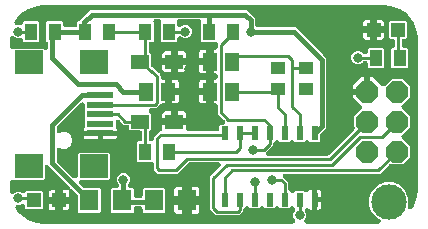
<source format=gtl>
G04 EAGLE Gerber X2 export*
%TF.Part,Single*%
%TF.FileFunction,Other,Top Layer*%
%TF.FilePolarity,Positive*%
%TF.GenerationSoftware,Autodesk,EAGLE,9.1.3*%
%TF.CreationDate,2018-09-03T05:04:02Z*%
G75*
%MOMM*%
%FSLAX34Y34*%
%LPD*%
%AMOC8*
5,1,8,0,0,1.08239X$1,22.5*%
G01*
%ADD10R,1.100000X1.400000*%
%ADD11R,1.200000X1.200000*%
%ADD12P,2.034460X8X112.500000*%
%ADD13R,2.400000X2.000000*%
%ADD14R,2.308000X0.500000*%
%ADD15R,0.600000X1.200000*%
%ADD16R,1.500000X1.200000*%
%ADD17R,1.600000X1.800000*%
%ADD18R,1.300000X1.500000*%
%ADD19R,1.200000X1.100000*%
%ADD20C,0.804800*%
%ADD21C,0.254000*%
%ADD22C,0.406400*%
%ADD23C,0.457200*%
%ADD24C,3.000000*%

G36*
X314176Y2541D02*
X314176Y2541D01*
X314181Y2541D01*
X314375Y2561D01*
X314572Y2581D01*
X314577Y2582D01*
X314581Y2582D01*
X314769Y2641D01*
X314957Y2699D01*
X314961Y2701D01*
X314965Y2702D01*
X315140Y2798D01*
X315311Y2891D01*
X315315Y2893D01*
X315319Y2896D01*
X315471Y3024D01*
X315620Y3148D01*
X315623Y3152D01*
X315627Y3155D01*
X315750Y3310D01*
X315873Y3462D01*
X315875Y3466D01*
X315878Y3470D01*
X315969Y3647D01*
X316058Y3819D01*
X316060Y3824D01*
X316062Y3828D01*
X316116Y4020D01*
X316170Y4206D01*
X316170Y4211D01*
X316171Y4215D01*
X316186Y4411D01*
X316203Y4608D01*
X316202Y4612D01*
X316202Y4616D01*
X316179Y4810D01*
X316156Y5007D01*
X316154Y5012D01*
X316154Y5016D01*
X316092Y5201D01*
X316031Y5390D01*
X316029Y5394D01*
X316027Y5398D01*
X315931Y5567D01*
X315833Y5741D01*
X315830Y5744D01*
X315828Y5748D01*
X315701Y5894D01*
X315570Y6045D01*
X315566Y6048D01*
X315563Y6052D01*
X315406Y6173D01*
X315252Y6292D01*
X315248Y6294D01*
X315244Y6297D01*
X314949Y6449D01*
X313639Y6991D01*
X308991Y11639D01*
X306475Y17713D01*
X306475Y24287D01*
X308991Y30361D01*
X313639Y35009D01*
X319713Y37525D01*
X326287Y37525D01*
X332361Y35009D01*
X337009Y30361D01*
X339525Y24287D01*
X339525Y17713D01*
X339325Y17231D01*
X339277Y17074D01*
X339224Y16919D01*
X339219Y16881D01*
X339208Y16845D01*
X339193Y16682D01*
X339171Y16520D01*
X339174Y16482D01*
X339170Y16444D01*
X339187Y16281D01*
X339198Y16118D01*
X339208Y16082D01*
X339212Y16044D01*
X339261Y15887D01*
X339304Y15729D01*
X339321Y15696D01*
X339332Y15660D01*
X339410Y15516D01*
X339484Y15369D01*
X339507Y15339D01*
X339525Y15306D01*
X339631Y15181D01*
X339731Y15052D01*
X339760Y15027D01*
X339784Y14998D01*
X339913Y14896D01*
X340037Y14789D01*
X340069Y14771D01*
X340099Y14747D01*
X340245Y14672D01*
X340388Y14592D01*
X340424Y14581D01*
X340457Y14563D01*
X340615Y14519D01*
X340771Y14468D01*
X340808Y14464D01*
X340845Y14454D01*
X341008Y14441D01*
X341171Y14422D01*
X341208Y14425D01*
X341246Y14422D01*
X341408Y14442D01*
X341572Y14456D01*
X341608Y14467D01*
X341646Y14471D01*
X341801Y14523D01*
X341958Y14568D01*
X341992Y14586D01*
X342028Y14598D01*
X342170Y14679D01*
X342315Y14755D01*
X342345Y14778D01*
X342378Y14797D01*
X342501Y14905D01*
X342629Y15008D01*
X342656Y15040D01*
X342681Y15062D01*
X342734Y15131D01*
X342845Y15259D01*
X344300Y17262D01*
X344377Y17394D01*
X344460Y17522D01*
X344482Y17573D01*
X344503Y17610D01*
X344531Y17691D01*
X344588Y17828D01*
X347047Y25395D01*
X347062Y25466D01*
X347087Y25535D01*
X347114Y25703D01*
X347133Y25788D01*
X347133Y25821D01*
X347140Y25863D01*
X347453Y29841D01*
X347452Y29907D01*
X347459Y30000D01*
X347459Y160000D01*
X347453Y160066D01*
X347453Y160159D01*
X347140Y164137D01*
X347127Y164209D01*
X347123Y164283D01*
X347084Y164448D01*
X347069Y164533D01*
X347057Y164564D01*
X347047Y164605D01*
X344588Y172172D01*
X344527Y172312D01*
X344472Y172455D01*
X344444Y172502D01*
X344427Y172540D01*
X344377Y172611D01*
X344300Y172738D01*
X339624Y179174D01*
X339522Y179288D01*
X339426Y179407D01*
X339384Y179443D01*
X339356Y179475D01*
X339287Y179527D01*
X339174Y179624D01*
X332738Y184300D01*
X332606Y184377D01*
X332478Y184460D01*
X332427Y184482D01*
X332390Y184503D01*
X332309Y184531D01*
X332172Y184588D01*
X324605Y187047D01*
X324534Y187062D01*
X324465Y187087D01*
X324297Y187114D01*
X324212Y187133D01*
X324179Y187133D01*
X324137Y187140D01*
X320159Y187453D01*
X320093Y187452D01*
X320000Y187459D01*
X30000Y187459D01*
X29934Y187453D01*
X29841Y187453D01*
X25863Y187140D01*
X25791Y187127D01*
X25717Y187123D01*
X25552Y187084D01*
X25467Y187069D01*
X25436Y187057D01*
X25395Y187047D01*
X17828Y184588D01*
X17688Y184527D01*
X17545Y184472D01*
X17498Y184444D01*
X17460Y184427D01*
X17389Y184377D01*
X17262Y184300D01*
X10826Y179624D01*
X10712Y179522D01*
X10593Y179426D01*
X10557Y179384D01*
X10525Y179356D01*
X10473Y179287D01*
X10376Y179174D01*
X6525Y173874D01*
X6500Y173830D01*
X6468Y173790D01*
X6398Y173657D01*
X6322Y173526D01*
X6306Y173478D01*
X6282Y173433D01*
X6240Y173288D01*
X6192Y173146D01*
X6185Y173095D01*
X6171Y173046D01*
X6158Y172896D01*
X6139Y172746D01*
X6142Y172695D01*
X6138Y172644D01*
X6155Y172495D01*
X6165Y172345D01*
X6179Y172295D01*
X6185Y172245D01*
X6231Y172101D01*
X6271Y171956D01*
X6294Y171910D01*
X6310Y171862D01*
X6384Y171731D01*
X6451Y171596D01*
X6482Y171556D01*
X6507Y171511D01*
X6606Y171397D01*
X6698Y171278D01*
X6737Y171245D01*
X6771Y171206D01*
X6889Y171114D01*
X7004Y171016D01*
X7048Y170991D01*
X7089Y170960D01*
X7223Y170893D01*
X7355Y170819D01*
X7403Y170803D01*
X7449Y170780D01*
X7595Y170741D01*
X7738Y170695D01*
X7789Y170689D01*
X7838Y170676D01*
X8069Y170657D01*
X8138Y170649D01*
X8152Y170650D01*
X8169Y170649D01*
X10773Y170649D01*
X10928Y170636D01*
X11115Y170618D01*
X11128Y170620D01*
X11142Y170618D01*
X11328Y170640D01*
X11516Y170660D01*
X11529Y170664D01*
X11542Y170665D01*
X11721Y170724D01*
X11900Y170780D01*
X11912Y170786D01*
X11925Y170790D01*
X12089Y170883D01*
X12253Y170973D01*
X12263Y170981D01*
X12275Y170988D01*
X12418Y171111D01*
X12561Y171232D01*
X12570Y171242D01*
X12580Y171251D01*
X12695Y171400D01*
X12812Y171547D01*
X12819Y171559D01*
X12827Y171569D01*
X12911Y171738D01*
X12996Y171905D01*
X13000Y171918D01*
X13006Y171930D01*
X13055Y172112D01*
X13106Y172292D01*
X13107Y172305D01*
X13111Y172319D01*
X13138Y172649D01*
X13138Y172732D01*
X14031Y173625D01*
X26294Y173625D01*
X27187Y172732D01*
X27187Y157468D01*
X26294Y156575D01*
X14031Y156575D01*
X13138Y157468D01*
X13138Y157551D01*
X13136Y157564D01*
X13138Y157578D01*
X13117Y157764D01*
X13098Y157951D01*
X13094Y157964D01*
X13092Y157978D01*
X13035Y158156D01*
X12980Y158336D01*
X12973Y158348D01*
X12969Y158361D01*
X12878Y158525D01*
X12788Y158690D01*
X12779Y158701D01*
X12773Y158712D01*
X12650Y158856D01*
X12530Y158999D01*
X12520Y159008D01*
X12511Y159018D01*
X12363Y159134D01*
X12216Y159252D01*
X12204Y159258D01*
X12194Y159266D01*
X12026Y159351D01*
X11859Y159437D01*
X11846Y159441D01*
X11834Y159447D01*
X11652Y159497D01*
X11472Y159549D01*
X11459Y159550D01*
X11446Y159553D01*
X11258Y159566D01*
X11071Y159582D01*
X11057Y159580D01*
X11044Y159581D01*
X10858Y159557D01*
X10813Y159551D01*
X8421Y159551D01*
X6382Y160396D01*
X6008Y160770D01*
X6001Y160775D01*
X5996Y160782D01*
X5847Y160902D01*
X5697Y161025D01*
X5689Y161029D01*
X5682Y161034D01*
X5513Y161122D01*
X5341Y161213D01*
X5332Y161216D01*
X5325Y161220D01*
X5141Y161273D01*
X4955Y161328D01*
X4946Y161329D01*
X4938Y161331D01*
X4747Y161347D01*
X4554Y161364D01*
X4545Y161364D01*
X4536Y161364D01*
X4347Y161342D01*
X4154Y161321D01*
X4145Y161318D01*
X4137Y161317D01*
X3954Y161258D01*
X3770Y161200D01*
X3762Y161195D01*
X3754Y161192D01*
X3585Y161097D01*
X3418Y161005D01*
X3411Y160999D01*
X3403Y160995D01*
X3258Y160869D01*
X3111Y160744D01*
X3105Y160737D01*
X3098Y160731D01*
X2981Y160580D01*
X2861Y160428D01*
X2857Y160420D01*
X2852Y160413D01*
X2765Y160240D01*
X2679Y160069D01*
X2676Y160061D01*
X2672Y160053D01*
X2622Y159864D01*
X2571Y159682D01*
X2570Y159673D01*
X2568Y159664D01*
X2541Y159333D01*
X2541Y152501D01*
X2542Y152492D01*
X2541Y152483D01*
X2562Y152291D01*
X2581Y152100D01*
X2583Y152092D01*
X2584Y152082D01*
X2642Y151899D01*
X2699Y151715D01*
X2703Y151707D01*
X2706Y151698D01*
X2799Y151530D01*
X2891Y151361D01*
X2896Y151354D01*
X2901Y151346D01*
X3026Y151199D01*
X3148Y151052D01*
X3155Y151046D01*
X3161Y151039D01*
X3313Y150920D01*
X3462Y150800D01*
X3470Y150796D01*
X3477Y150790D01*
X3651Y150702D01*
X3819Y150614D01*
X3828Y150612D01*
X3836Y150607D01*
X4023Y150556D01*
X4206Y150503D01*
X4215Y150502D01*
X4224Y150500D01*
X4416Y150486D01*
X4608Y150470D01*
X4617Y150471D01*
X4626Y150470D01*
X4817Y150495D01*
X5007Y150517D01*
X5016Y150520D01*
X5025Y150521D01*
X5037Y150525D01*
X30732Y150525D01*
X31076Y150181D01*
X31083Y150175D01*
X31088Y150168D01*
X31237Y150048D01*
X31387Y149926D01*
X31395Y149921D01*
X31402Y149916D01*
X31572Y149828D01*
X31743Y149737D01*
X31752Y149734D01*
X31759Y149730D01*
X31944Y149677D01*
X32129Y149622D01*
X32138Y149621D01*
X32146Y149619D01*
X32337Y149603D01*
X32530Y149586D01*
X32539Y149587D01*
X32548Y149586D01*
X32737Y149608D01*
X32930Y149629D01*
X32939Y149632D01*
X32947Y149633D01*
X33130Y149693D01*
X33314Y149751D01*
X33322Y149755D01*
X33330Y149758D01*
X33499Y149853D01*
X33666Y149945D01*
X33673Y149951D01*
X33681Y149956D01*
X33827Y150082D01*
X33973Y150206D01*
X33979Y150213D01*
X33986Y150219D01*
X34104Y150371D01*
X34223Y150522D01*
X34227Y150530D01*
X34232Y150537D01*
X34317Y150707D01*
X34405Y150881D01*
X34408Y150889D01*
X34412Y150897D01*
X34461Y151082D01*
X34513Y151269D01*
X34514Y151278D01*
X34516Y151286D01*
X34543Y151617D01*
X34543Y155222D01*
X34541Y155248D01*
X34543Y155275D01*
X34521Y155449D01*
X34503Y155622D01*
X34496Y155648D01*
X34492Y155674D01*
X34436Y155840D01*
X34385Y156007D01*
X34372Y156031D01*
X34364Y156056D01*
X34277Y156207D01*
X34193Y156361D01*
X34176Y156382D01*
X34163Y156405D01*
X33948Y156658D01*
X33138Y157468D01*
X33138Y172732D01*
X34031Y173625D01*
X46294Y173625D01*
X47187Y172732D01*
X47187Y170688D01*
X47189Y170670D01*
X47188Y170652D01*
X47209Y170470D01*
X47227Y170287D01*
X47232Y170270D01*
X47234Y170253D01*
X47291Y170078D01*
X47345Y169902D01*
X47354Y169887D01*
X47359Y169870D01*
X47450Y169710D01*
X47537Y169548D01*
X47548Y169535D01*
X47557Y169519D01*
X47677Y169380D01*
X47795Y169239D01*
X47809Y169228D01*
X47820Y169214D01*
X47965Y169102D01*
X48109Y168987D01*
X48124Y168979D01*
X48138Y168968D01*
X48303Y168886D01*
X48466Y168801D01*
X48483Y168796D01*
X48499Y168788D01*
X48677Y168741D01*
X48853Y168690D01*
X48871Y168688D01*
X48888Y168684D01*
X49218Y168657D01*
X57144Y168657D01*
X57162Y168659D01*
X57180Y168657D01*
X57362Y168678D01*
X57545Y168697D01*
X57562Y168702D01*
X57579Y168704D01*
X57754Y168761D01*
X57930Y168815D01*
X57945Y168823D01*
X57962Y168829D01*
X58122Y168919D01*
X58284Y169007D01*
X58297Y169018D01*
X58313Y169027D01*
X58452Y169147D01*
X58593Y169264D01*
X58604Y169278D01*
X58618Y169290D01*
X58730Y169435D01*
X58845Y169578D01*
X58853Y169594D01*
X58864Y169608D01*
X58946Y169773D01*
X59031Y169935D01*
X59036Y169952D01*
X59044Y169968D01*
X59091Y170147D01*
X59142Y170322D01*
X59144Y170340D01*
X59148Y170357D01*
X59175Y170688D01*
X59175Y172732D01*
X60098Y173654D01*
X60204Y173665D01*
X60229Y173672D01*
X60256Y173676D01*
X60422Y173731D01*
X60589Y173783D01*
X60612Y173796D01*
X60638Y173804D01*
X60789Y173891D01*
X60943Y173975D01*
X60963Y173992D01*
X60987Y174005D01*
X61240Y174220D01*
X69964Y182944D01*
X203086Y182944D01*
X209932Y176098D01*
X209932Y170688D01*
X209934Y170670D01*
X209932Y170652D01*
X209953Y170470D01*
X209972Y170287D01*
X209977Y170270D01*
X209979Y170253D01*
X210036Y170078D01*
X210090Y169902D01*
X210098Y169887D01*
X210104Y169870D01*
X210194Y169710D01*
X210282Y169548D01*
X210293Y169535D01*
X210302Y169519D01*
X210422Y169380D01*
X210539Y169239D01*
X210553Y169228D01*
X210565Y169214D01*
X210710Y169102D01*
X210853Y168987D01*
X210869Y168979D01*
X210883Y168968D01*
X211048Y168886D01*
X211210Y168801D01*
X211227Y168796D01*
X211243Y168788D01*
X211422Y168741D01*
X211597Y168690D01*
X211615Y168688D01*
X211632Y168684D01*
X211963Y168657D01*
X244361Y168657D01*
X247039Y165979D01*
X247039Y165978D01*
X267578Y145439D01*
X270257Y142761D01*
X270257Y83677D01*
X265470Y78890D01*
X265453Y78869D01*
X265432Y78852D01*
X265325Y78714D01*
X265215Y78578D01*
X265202Y78555D01*
X265186Y78533D01*
X265108Y78377D01*
X265026Y78223D01*
X265018Y78197D01*
X265006Y78173D01*
X264961Y78004D01*
X264911Y77837D01*
X264909Y77810D01*
X264902Y77784D01*
X264875Y77453D01*
X264875Y72168D01*
X263982Y71275D01*
X256718Y71275D01*
X255436Y72557D01*
X255423Y72569D01*
X255411Y72582D01*
X255267Y72696D01*
X255125Y72812D01*
X255109Y72821D01*
X255095Y72832D01*
X254931Y72915D01*
X254769Y73001D01*
X254752Y73006D01*
X254736Y73014D01*
X254559Y73064D01*
X254383Y73116D01*
X254365Y73117D01*
X254348Y73122D01*
X254165Y73136D01*
X253982Y73152D01*
X253964Y73150D01*
X253947Y73152D01*
X253765Y73129D01*
X253582Y73109D01*
X253565Y73103D01*
X253547Y73101D01*
X253374Y73043D01*
X253198Y72987D01*
X253182Y72979D01*
X253166Y72973D01*
X253007Y72882D01*
X252846Y72793D01*
X252832Y72781D01*
X252817Y72772D01*
X252564Y72557D01*
X251282Y71275D01*
X244018Y71275D01*
X242736Y72557D01*
X242723Y72569D01*
X242711Y72582D01*
X242567Y72696D01*
X242425Y72812D01*
X242409Y72821D01*
X242395Y72832D01*
X242231Y72915D01*
X242069Y73001D01*
X242052Y73006D01*
X242036Y73014D01*
X241859Y73064D01*
X241683Y73116D01*
X241665Y73117D01*
X241648Y73122D01*
X241465Y73136D01*
X241282Y73152D01*
X241264Y73150D01*
X241247Y73152D01*
X241065Y73129D01*
X240882Y73109D01*
X240865Y73103D01*
X240847Y73101D01*
X240674Y73043D01*
X240498Y72987D01*
X240482Y72979D01*
X240466Y72973D01*
X240307Y72882D01*
X240146Y72793D01*
X240132Y72781D01*
X240117Y72772D01*
X239864Y72557D01*
X238582Y71275D01*
X231318Y71275D01*
X230036Y72557D01*
X230023Y72569D01*
X230011Y72582D01*
X229867Y72696D01*
X229725Y72812D01*
X229709Y72821D01*
X229695Y72832D01*
X229531Y72915D01*
X229369Y73001D01*
X229352Y73006D01*
X229336Y73014D01*
X229159Y73064D01*
X228983Y73116D01*
X228965Y73117D01*
X228948Y73122D01*
X228765Y73136D01*
X228582Y73152D01*
X228564Y73150D01*
X228547Y73152D01*
X228365Y73129D01*
X228182Y73109D01*
X228165Y73103D01*
X228147Y73101D01*
X227974Y73043D01*
X227798Y72987D01*
X227782Y72979D01*
X227766Y72973D01*
X227607Y72882D01*
X227446Y72793D01*
X227432Y72781D01*
X227417Y72772D01*
X227164Y72557D01*
X225640Y71033D01*
X225623Y71013D01*
X225602Y70995D01*
X225495Y70857D01*
X225385Y70722D01*
X225372Y70698D01*
X225356Y70677D01*
X225278Y70520D01*
X225196Y70366D01*
X225188Y70341D01*
X225176Y70317D01*
X225131Y70147D01*
X225081Y69980D01*
X225079Y69954D01*
X225072Y69928D01*
X225045Y69597D01*
X225045Y68692D01*
X222813Y66460D01*
X219765Y63412D01*
X219759Y63405D01*
X219752Y63400D01*
X219632Y63250D01*
X219510Y63101D01*
X219505Y63093D01*
X219500Y63086D01*
X219411Y62916D01*
X219321Y62745D01*
X219318Y62736D01*
X219314Y62729D01*
X219261Y62544D01*
X219206Y62359D01*
X219205Y62350D01*
X219203Y62342D01*
X219187Y62151D01*
X219170Y61958D01*
X219171Y61949D01*
X219170Y61940D01*
X219192Y61751D01*
X219213Y61558D01*
X219216Y61549D01*
X219217Y61541D01*
X219276Y61359D01*
X219335Y61174D01*
X219339Y61166D01*
X219342Y61158D01*
X219437Y60989D01*
X219529Y60822D01*
X219535Y60815D01*
X219540Y60807D01*
X219666Y60661D01*
X219790Y60515D01*
X219797Y60509D01*
X219803Y60502D01*
X219954Y60385D01*
X220106Y60265D01*
X220114Y60261D01*
X220121Y60256D01*
X220293Y60170D01*
X220465Y60083D01*
X220473Y60080D01*
X220481Y60076D01*
X220667Y60026D01*
X220853Y59975D01*
X220862Y59974D01*
X220870Y59972D01*
X221201Y59945D01*
X271051Y59945D01*
X271078Y59947D01*
X271104Y59945D01*
X271278Y59967D01*
X271452Y59985D01*
X271477Y59992D01*
X271504Y59996D01*
X271669Y60051D01*
X271837Y60103D01*
X271860Y60116D01*
X271885Y60124D01*
X272037Y60211D01*
X272191Y60295D01*
X272211Y60312D01*
X272234Y60325D01*
X272487Y60540D01*
X293664Y81716D01*
X293675Y81730D01*
X293689Y81742D01*
X293803Y81886D01*
X293919Y82028D01*
X293927Y82044D01*
X293939Y82058D01*
X294022Y82222D01*
X294108Y82384D01*
X294113Y82401D01*
X294121Y82417D01*
X294170Y82594D01*
X294222Y82769D01*
X294224Y82787D01*
X294229Y82804D01*
X294242Y82987D01*
X294259Y83170D01*
X294257Y83188D01*
X294258Y83206D01*
X294235Y83388D01*
X294215Y83571D01*
X294210Y83588D01*
X294208Y83605D01*
X294150Y83779D01*
X294094Y83955D01*
X294085Y83970D01*
X294080Y83987D01*
X293988Y84146D01*
X293899Y84307D01*
X293888Y84320D01*
X293879Y84336D01*
X293877Y84338D01*
X293877Y93424D01*
X299898Y99445D01*
X299910Y99459D01*
X299923Y99471D01*
X300037Y99614D01*
X300153Y99757D01*
X300162Y99773D01*
X300173Y99787D01*
X300256Y99951D01*
X300342Y100112D01*
X300347Y100130D01*
X300355Y100145D01*
X300404Y100323D01*
X300457Y100498D01*
X300458Y100516D01*
X300463Y100533D01*
X300477Y100717D01*
X300493Y100899D01*
X300491Y100917D01*
X300492Y100935D01*
X300470Y101117D01*
X300450Y101300D01*
X300444Y101317D01*
X300442Y101334D01*
X300384Y101508D01*
X300328Y101683D01*
X300320Y101699D01*
X300314Y101716D01*
X300222Y101876D01*
X300133Y102036D01*
X300122Y102049D01*
X300113Y102065D01*
X299898Y102318D01*
X292861Y109355D01*
X292861Y111761D01*
X304292Y111761D01*
X304310Y111762D01*
X304327Y111761D01*
X304510Y111782D01*
X304692Y111801D01*
X304709Y111806D01*
X304727Y111808D01*
X304902Y111865D01*
X305077Y111919D01*
X305093Y111927D01*
X305110Y111933D01*
X305270Y112023D01*
X305431Y112110D01*
X305445Y112122D01*
X305461Y112131D01*
X305600Y112251D01*
X305741Y112368D01*
X305752Y112382D01*
X305765Y112394D01*
X305878Y112539D01*
X305993Y112682D01*
X306001Y112698D01*
X306012Y112712D01*
X306094Y112877D01*
X306134Y112953D01*
X306286Y113039D01*
X306448Y113127D01*
X306461Y113138D01*
X306477Y113147D01*
X306616Y113267D01*
X306757Y113385D01*
X306768Y113398D01*
X306782Y113410D01*
X306894Y113555D01*
X307009Y113698D01*
X307017Y113714D01*
X307028Y113728D01*
X307110Y113893D01*
X307195Y114056D01*
X307200Y114073D01*
X307208Y114089D01*
X307255Y114267D01*
X307306Y114442D01*
X307308Y114460D01*
X307312Y114477D01*
X307339Y114808D01*
X307339Y126239D01*
X309745Y126239D01*
X316782Y119202D01*
X316796Y119190D01*
X316807Y119177D01*
X316951Y119063D01*
X317094Y118947D01*
X317109Y118938D01*
X317123Y118927D01*
X317287Y118844D01*
X317449Y118758D01*
X317466Y118753D01*
X317482Y118745D01*
X317660Y118696D01*
X317835Y118643D01*
X317853Y118642D01*
X317870Y118637D01*
X318053Y118623D01*
X318236Y118607D01*
X318254Y118609D01*
X318272Y118608D01*
X318454Y118630D01*
X318636Y118650D01*
X318653Y118656D01*
X318671Y118658D01*
X318845Y118716D01*
X319020Y118772D01*
X319036Y118780D01*
X319053Y118786D01*
X319212Y118878D01*
X319373Y118967D01*
X319386Y118978D01*
X319402Y118987D01*
X319655Y119202D01*
X325676Y125223D01*
X334724Y125223D01*
X341123Y118824D01*
X341123Y109776D01*
X334383Y103036D01*
X334372Y103022D01*
X334358Y103011D01*
X334245Y102867D01*
X334128Y102725D01*
X334120Y102709D01*
X334109Y102695D01*
X334025Y102531D01*
X333940Y102369D01*
X333935Y102352D01*
X333926Y102336D01*
X333877Y102159D01*
X333825Y101983D01*
X333823Y101965D01*
X333818Y101948D01*
X333805Y101765D01*
X333788Y101582D01*
X333790Y101564D01*
X333789Y101547D01*
X333812Y101365D01*
X333832Y101182D01*
X333837Y101165D01*
X333840Y101147D01*
X333898Y100973D01*
X333953Y100798D01*
X333962Y100782D01*
X333968Y100766D01*
X334060Y100606D01*
X334148Y100446D01*
X334160Y100432D01*
X334169Y100417D01*
X334383Y100164D01*
X341123Y93424D01*
X341123Y84376D01*
X334383Y77636D01*
X334372Y77622D01*
X334358Y77611D01*
X334245Y77467D01*
X334128Y77325D01*
X334120Y77309D01*
X334109Y77295D01*
X334025Y77131D01*
X333940Y76969D01*
X333935Y76952D01*
X333926Y76936D01*
X333877Y76758D01*
X333825Y76583D01*
X333823Y76565D01*
X333818Y76548D01*
X333805Y76365D01*
X333788Y76182D01*
X333790Y76164D01*
X333789Y76147D01*
X333812Y75965D01*
X333832Y75782D01*
X333837Y75765D01*
X333840Y75747D01*
X333898Y75573D01*
X333953Y75398D01*
X333962Y75382D01*
X333968Y75366D01*
X334060Y75206D01*
X334148Y75046D01*
X334160Y75032D01*
X334169Y75017D01*
X334383Y74764D01*
X341123Y68024D01*
X341123Y58976D01*
X334724Y52577D01*
X325629Y52577D01*
X325578Y52619D01*
X325562Y52627D01*
X325548Y52639D01*
X325384Y52722D01*
X325222Y52808D01*
X325205Y52813D01*
X325189Y52821D01*
X325011Y52870D01*
X324836Y52922D01*
X324818Y52924D01*
X324801Y52929D01*
X324617Y52942D01*
X324435Y52959D01*
X324417Y52957D01*
X324399Y52958D01*
X324217Y52935D01*
X324035Y52915D01*
X324018Y52910D01*
X324000Y52908D01*
X323826Y52849D01*
X323651Y52794D01*
X323635Y52785D01*
X323618Y52780D01*
X323459Y52688D01*
X323298Y52599D01*
X323285Y52588D01*
X323269Y52579D01*
X323016Y52364D01*
X315483Y44830D01*
X235488Y44830D01*
X235480Y44829D01*
X235471Y44830D01*
X235279Y44809D01*
X235088Y44790D01*
X235079Y44788D01*
X235070Y44787D01*
X234888Y44729D01*
X234703Y44672D01*
X234695Y44668D01*
X234687Y44665D01*
X234518Y44572D01*
X234349Y44480D01*
X234342Y44475D01*
X234334Y44470D01*
X234186Y44345D01*
X234040Y44223D01*
X234034Y44216D01*
X234027Y44210D01*
X233908Y44059D01*
X233787Y43909D01*
X233783Y43901D01*
X233778Y43894D01*
X233691Y43723D01*
X233602Y43552D01*
X233599Y43543D01*
X233595Y43535D01*
X233544Y43350D01*
X233490Y43165D01*
X233490Y43156D01*
X233487Y43147D01*
X233473Y42955D01*
X233457Y42763D01*
X233459Y42755D01*
X233458Y42746D01*
X233482Y42555D01*
X233504Y42364D01*
X233507Y42355D01*
X233508Y42346D01*
X233569Y42165D01*
X233629Y41981D01*
X233634Y41973D01*
X233636Y41965D01*
X233732Y41799D01*
X233827Y41630D01*
X233833Y41623D01*
X233837Y41616D01*
X234052Y41363D01*
X235164Y40250D01*
X235165Y40250D01*
X237745Y37670D01*
X237745Y32003D01*
X237747Y31976D01*
X237745Y31950D01*
X237767Y31776D01*
X237785Y31602D01*
X237792Y31577D01*
X237796Y31550D01*
X237852Y31384D01*
X237903Y31217D01*
X237915Y31194D01*
X237924Y31169D01*
X238011Y31017D01*
X238095Y30863D01*
X238112Y30843D01*
X238125Y30820D01*
X238340Y30567D01*
X239864Y29043D01*
X239877Y29031D01*
X239889Y29018D01*
X240034Y28903D01*
X240175Y28788D01*
X240191Y28779D01*
X240205Y28768D01*
X240369Y28685D01*
X240531Y28599D01*
X240548Y28594D01*
X240564Y28586D01*
X240741Y28536D01*
X240917Y28484D01*
X240935Y28483D01*
X240952Y28478D01*
X241135Y28464D01*
X241318Y28448D01*
X241336Y28450D01*
X241353Y28448D01*
X241535Y28471D01*
X241718Y28491D01*
X241735Y28497D01*
X241753Y28499D01*
X241926Y28557D01*
X242102Y28613D01*
X242118Y28621D01*
X242134Y28627D01*
X242293Y28718D01*
X242454Y28807D01*
X242468Y28819D01*
X242483Y28828D01*
X242736Y29043D01*
X244018Y30325D01*
X251282Y30325D01*
X251955Y29651D01*
X252019Y29599D01*
X252076Y29540D01*
X252174Y29472D01*
X252267Y29396D01*
X252339Y29358D01*
X252407Y29311D01*
X252517Y29264D01*
X252622Y29207D01*
X252701Y29184D01*
X252777Y29152D01*
X252894Y29127D01*
X253008Y29093D01*
X253090Y29085D01*
X253171Y29068D01*
X253290Y29067D01*
X253409Y29056D01*
X253491Y29065D01*
X253573Y29064D01*
X253690Y29087D01*
X253809Y29100D01*
X253888Y29125D01*
X253969Y29140D01*
X254079Y29185D01*
X254193Y29221D01*
X254265Y29261D01*
X254341Y29292D01*
X254441Y29358D01*
X254546Y29416D01*
X254608Y29469D01*
X254677Y29515D01*
X254761Y29599D01*
X254853Y29677D01*
X254904Y29741D01*
X254962Y29799D01*
X255048Y29924D01*
X255102Y29992D01*
X255121Y30029D01*
X255151Y30072D01*
X255317Y30360D01*
X255790Y30833D01*
X256369Y31168D01*
X257015Y31341D01*
X258319Y31341D01*
X258319Y22800D01*
X258319Y14259D01*
X257015Y14259D01*
X256369Y14432D01*
X255790Y14767D01*
X255661Y14896D01*
X255658Y14899D01*
X255655Y14902D01*
X255501Y15027D01*
X255350Y15151D01*
X255346Y15153D01*
X255342Y15156D01*
X255163Y15250D01*
X254994Y15339D01*
X254990Y15341D01*
X254986Y15343D01*
X254794Y15399D01*
X254608Y15454D01*
X254604Y15455D01*
X254599Y15456D01*
X254406Y15472D01*
X254207Y15491D01*
X254202Y15490D01*
X254198Y15490D01*
X254009Y15469D01*
X253807Y15447D01*
X253802Y15446D01*
X253798Y15445D01*
X253612Y15386D01*
X253423Y15326D01*
X253419Y15324D01*
X253415Y15322D01*
X253241Y15225D01*
X253071Y15131D01*
X253067Y15128D01*
X253063Y15126D01*
X252911Y14995D01*
X252764Y14870D01*
X252761Y14867D01*
X252757Y14864D01*
X252636Y14708D01*
X252514Y14554D01*
X252512Y14550D01*
X252509Y14547D01*
X252420Y14370D01*
X252332Y14195D01*
X252330Y14191D01*
X252328Y14187D01*
X252276Y13997D01*
X252224Y13808D01*
X252223Y13803D01*
X252222Y13799D01*
X252209Y13603D01*
X252194Y13406D01*
X252195Y13402D01*
X252195Y13397D01*
X252220Y13201D01*
X252245Y13007D01*
X252246Y13002D01*
X252247Y12998D01*
X252348Y12682D01*
X253199Y10629D01*
X253199Y8421D01*
X252354Y6382D01*
X251980Y6008D01*
X251975Y6001D01*
X251968Y5996D01*
X251848Y5847D01*
X251725Y5697D01*
X251721Y5689D01*
X251716Y5682D01*
X251628Y5513D01*
X251537Y5341D01*
X251534Y5332D01*
X251530Y5325D01*
X251477Y5141D01*
X251422Y4955D01*
X251421Y4946D01*
X251419Y4938D01*
X251403Y4747D01*
X251386Y4554D01*
X251386Y4545D01*
X251386Y4536D01*
X251408Y4347D01*
X251429Y4154D01*
X251432Y4145D01*
X251433Y4137D01*
X251492Y3954D01*
X251550Y3770D01*
X251555Y3762D01*
X251558Y3754D01*
X251653Y3585D01*
X251745Y3418D01*
X251751Y3411D01*
X251755Y3403D01*
X251881Y3258D01*
X252006Y3111D01*
X252013Y3105D01*
X252019Y3098D01*
X252170Y2981D01*
X252322Y2861D01*
X252330Y2857D01*
X252337Y2852D01*
X252510Y2765D01*
X252681Y2679D01*
X252689Y2676D01*
X252697Y2672D01*
X252886Y2622D01*
X253068Y2571D01*
X253077Y2570D01*
X253086Y2568D01*
X253417Y2541D01*
X314172Y2541D01*
X314176Y2541D01*
G37*
G36*
X241892Y2542D02*
X241892Y2542D01*
X241901Y2541D01*
X242091Y2561D01*
X242284Y2581D01*
X242292Y2583D01*
X242301Y2584D01*
X242485Y2642D01*
X242669Y2699D01*
X242677Y2703D01*
X242685Y2706D01*
X242854Y2799D01*
X243023Y2891D01*
X243030Y2896D01*
X243038Y2901D01*
X243184Y3025D01*
X243332Y3148D01*
X243338Y3155D01*
X243345Y3161D01*
X243464Y3312D01*
X243584Y3462D01*
X243589Y3470D01*
X243594Y3477D01*
X243682Y3649D01*
X243770Y3819D01*
X243772Y3828D01*
X243776Y3836D01*
X243828Y4021D01*
X243881Y4206D01*
X243882Y4215D01*
X243884Y4224D01*
X243899Y4416D01*
X243914Y4608D01*
X243913Y4616D01*
X243914Y4625D01*
X243890Y4817D01*
X243867Y5007D01*
X243865Y5016D01*
X243863Y5025D01*
X243802Y5207D01*
X243742Y5390D01*
X243738Y5398D01*
X243735Y5406D01*
X243639Y5574D01*
X243545Y5741D01*
X243539Y5748D01*
X243534Y5755D01*
X243320Y6008D01*
X242946Y6382D01*
X242101Y8421D01*
X242101Y10629D01*
X242946Y12668D01*
X243349Y13072D01*
X243361Y13086D01*
X243374Y13097D01*
X243488Y13241D01*
X243605Y13383D01*
X243613Y13399D01*
X243624Y13413D01*
X243707Y13577D01*
X243793Y13739D01*
X243798Y13756D01*
X243806Y13772D01*
X243855Y13948D01*
X243908Y14125D01*
X243910Y14143D01*
X243914Y14160D01*
X243928Y14343D01*
X243944Y14526D01*
X243942Y14543D01*
X243944Y14561D01*
X243921Y14743D01*
X243901Y14926D01*
X243896Y14943D01*
X243893Y14961D01*
X243835Y15134D01*
X243779Y15310D01*
X243771Y15325D01*
X243765Y15342D01*
X243673Y15502D01*
X243585Y15662D01*
X243573Y15676D01*
X243564Y15691D01*
X243349Y15944D01*
X242736Y16557D01*
X242722Y16569D01*
X242711Y16582D01*
X242566Y16697D01*
X242425Y16812D01*
X242409Y16821D01*
X242395Y16832D01*
X242231Y16915D01*
X242069Y17001D01*
X242052Y17006D01*
X242036Y17014D01*
X241859Y17064D01*
X241683Y17116D01*
X241665Y17117D01*
X241648Y17122D01*
X241464Y17136D01*
X241282Y17152D01*
X241265Y17150D01*
X241247Y17152D01*
X241063Y17128D01*
X240882Y17109D01*
X240865Y17103D01*
X240847Y17101D01*
X240673Y17043D01*
X240498Y16987D01*
X240482Y16979D01*
X240466Y16973D01*
X240307Y16882D01*
X240146Y16792D01*
X240132Y16781D01*
X240117Y16772D01*
X239864Y16557D01*
X238582Y15275D01*
X231318Y15275D01*
X230036Y16557D01*
X230022Y16569D01*
X230011Y16582D01*
X229867Y16696D01*
X229725Y16812D01*
X229709Y16821D01*
X229695Y16832D01*
X229531Y16915D01*
X229369Y17001D01*
X229352Y17006D01*
X229336Y17014D01*
X229159Y17064D01*
X228983Y17116D01*
X228965Y17117D01*
X228948Y17122D01*
X228765Y17136D01*
X228582Y17152D01*
X228564Y17150D01*
X228547Y17152D01*
X228365Y17129D01*
X228182Y17109D01*
X228165Y17103D01*
X228147Y17101D01*
X227973Y17043D01*
X227798Y16987D01*
X227782Y16979D01*
X227766Y16973D01*
X227607Y16881D01*
X227446Y16793D01*
X227432Y16781D01*
X227417Y16772D01*
X227164Y16557D01*
X225882Y15275D01*
X218618Y15275D01*
X217336Y16557D01*
X217322Y16569D01*
X217311Y16582D01*
X217167Y16696D01*
X217025Y16812D01*
X217009Y16821D01*
X216995Y16832D01*
X216831Y16915D01*
X216669Y17001D01*
X216652Y17006D01*
X216636Y17014D01*
X216459Y17064D01*
X216283Y17116D01*
X216265Y17117D01*
X216248Y17122D01*
X216065Y17136D01*
X215882Y17152D01*
X215864Y17150D01*
X215847Y17152D01*
X215665Y17129D01*
X215482Y17109D01*
X215465Y17103D01*
X215447Y17101D01*
X215273Y17043D01*
X215098Y16987D01*
X215082Y16979D01*
X215066Y16973D01*
X214907Y16881D01*
X214746Y16793D01*
X214732Y16781D01*
X214717Y16772D01*
X214464Y16557D01*
X213182Y15275D01*
X205918Y15275D01*
X204636Y16557D01*
X204622Y16569D01*
X204611Y16582D01*
X204467Y16696D01*
X204325Y16812D01*
X204309Y16821D01*
X204295Y16832D01*
X204131Y16915D01*
X203969Y17001D01*
X203952Y17006D01*
X203936Y17014D01*
X203759Y17064D01*
X203583Y17116D01*
X203565Y17117D01*
X203548Y17122D01*
X203365Y17136D01*
X203182Y17152D01*
X203164Y17150D01*
X203147Y17152D01*
X202965Y17129D01*
X202782Y17109D01*
X202765Y17103D01*
X202747Y17101D01*
X202574Y17043D01*
X202398Y16987D01*
X202382Y16979D01*
X202366Y16973D01*
X202206Y16881D01*
X202046Y16793D01*
X202032Y16781D01*
X202017Y16772D01*
X201764Y16557D01*
X200240Y15033D01*
X200223Y15013D01*
X200202Y14995D01*
X200095Y14857D01*
X199985Y14722D01*
X199972Y14698D01*
X199956Y14677D01*
X199878Y14520D01*
X199796Y14366D01*
X199788Y14341D01*
X199776Y14317D01*
X199731Y14147D01*
X199681Y13980D01*
X199679Y13954D01*
X199672Y13928D01*
X199645Y13597D01*
X199645Y13130D01*
X196420Y9905D01*
X176642Y9905D01*
X171830Y14717D01*
X171830Y42433D01*
X180285Y50888D01*
X180291Y50895D01*
X180298Y50900D01*
X180418Y51050D01*
X180540Y51199D01*
X180545Y51207D01*
X180550Y51214D01*
X180639Y51384D01*
X180729Y51555D01*
X180732Y51564D01*
X180736Y51571D01*
X180789Y51756D01*
X180844Y51941D01*
X180845Y51950D01*
X180847Y51958D01*
X180863Y52150D01*
X180880Y52342D01*
X180879Y52351D01*
X180880Y52360D01*
X180858Y52549D01*
X180837Y52742D01*
X180834Y52751D01*
X180833Y52759D01*
X180774Y52941D01*
X180715Y53126D01*
X180711Y53134D01*
X180708Y53142D01*
X180614Y53310D01*
X180521Y53478D01*
X180515Y53485D01*
X180510Y53493D01*
X180384Y53639D01*
X180260Y53785D01*
X180253Y53791D01*
X180247Y53798D01*
X180096Y53915D01*
X179944Y54035D01*
X179936Y54039D01*
X179929Y54044D01*
X179757Y54130D01*
X179585Y54217D01*
X179577Y54220D01*
X179569Y54224D01*
X179382Y54274D01*
X179197Y54325D01*
X179188Y54326D01*
X179180Y54328D01*
X178849Y54355D01*
X154399Y54355D01*
X154372Y54353D01*
X154346Y54355D01*
X154172Y54333D01*
X153998Y54315D01*
X153973Y54308D01*
X153946Y54304D01*
X153781Y54249D01*
X153613Y54197D01*
X153590Y54184D01*
X153565Y54176D01*
X153413Y54089D01*
X153259Y54005D01*
X153239Y53988D01*
X153216Y53975D01*
X152963Y53760D01*
X144033Y44830D01*
X127430Y44830D01*
X124205Y48055D01*
X124205Y52944D01*
X124203Y52962D01*
X124205Y52980D01*
X124184Y53162D01*
X124165Y53345D01*
X124160Y53362D01*
X124158Y53379D01*
X124101Y53554D01*
X124047Y53730D01*
X124039Y53745D01*
X124033Y53762D01*
X123943Y53922D01*
X123855Y54084D01*
X123844Y54097D01*
X123835Y54113D01*
X123715Y54252D01*
X123598Y54393D01*
X123584Y54404D01*
X123572Y54418D01*
X123427Y54530D01*
X123284Y54645D01*
X123268Y54653D01*
X123254Y54664D01*
X123089Y54746D01*
X122927Y54831D01*
X122910Y54836D01*
X122894Y54844D01*
X122715Y54891D01*
X122540Y54942D01*
X122522Y54944D01*
X122505Y54948D01*
X122174Y54975D01*
X110868Y54975D01*
X109975Y55868D01*
X109975Y71132D01*
X110868Y72025D01*
X112174Y72025D01*
X112192Y72027D01*
X112210Y72025D01*
X112392Y72046D01*
X112575Y72065D01*
X112592Y72070D01*
X112609Y72072D01*
X112784Y72129D01*
X112960Y72183D01*
X112975Y72191D01*
X112992Y72197D01*
X113152Y72287D01*
X113314Y72375D01*
X113327Y72386D01*
X113343Y72395D01*
X113482Y72515D01*
X113623Y72632D01*
X113634Y72646D01*
X113648Y72658D01*
X113760Y72803D01*
X113875Y72946D01*
X113883Y72962D01*
X113894Y72976D01*
X113976Y73141D01*
X114061Y73303D01*
X114066Y73320D01*
X114074Y73336D01*
X114121Y73515D01*
X114172Y73690D01*
X114174Y73708D01*
X114178Y73725D01*
X114205Y74056D01*
X114205Y79344D01*
X114203Y79362D01*
X114205Y79380D01*
X114184Y79562D01*
X114165Y79745D01*
X114160Y79762D01*
X114158Y79779D01*
X114101Y79954D01*
X114047Y80130D01*
X114039Y80145D01*
X114033Y80162D01*
X113943Y80322D01*
X113855Y80484D01*
X113844Y80497D01*
X113835Y80513D01*
X113715Y80652D01*
X113598Y80793D01*
X113584Y80804D01*
X113572Y80818D01*
X113427Y80930D01*
X113284Y81045D01*
X113268Y81053D01*
X113254Y81064D01*
X113089Y81146D01*
X112927Y81231D01*
X112910Y81236D01*
X112894Y81244D01*
X112715Y81291D01*
X112540Y81342D01*
X112522Y81344D01*
X112505Y81348D01*
X112174Y81375D01*
X104368Y81375D01*
X103475Y82268D01*
X103475Y84074D01*
X103473Y84092D01*
X103475Y84110D01*
X103454Y84292D01*
X103435Y84475D01*
X103430Y84492D01*
X103428Y84509D01*
X103371Y84684D01*
X103317Y84860D01*
X103309Y84875D01*
X103303Y84892D01*
X103213Y85052D01*
X103125Y85214D01*
X103114Y85227D01*
X103105Y85243D01*
X102985Y85382D01*
X102868Y85523D01*
X102854Y85534D01*
X102842Y85548D01*
X102697Y85660D01*
X102554Y85775D01*
X102538Y85783D01*
X102524Y85794D01*
X102359Y85876D01*
X102197Y85961D01*
X102180Y85966D01*
X102164Y85974D01*
X101985Y86021D01*
X101810Y86072D01*
X101792Y86074D01*
X101775Y86078D01*
X101444Y86105D01*
X98855Y86105D01*
X95272Y89688D01*
X95265Y89694D01*
X95260Y89700D01*
X95110Y89821D01*
X94961Y89943D01*
X94953Y89947D01*
X94946Y89953D01*
X94776Y90041D01*
X94605Y90132D01*
X94596Y90134D01*
X94589Y90138D01*
X94404Y90191D01*
X94219Y90246D01*
X94210Y90247D01*
X94202Y90250D01*
X94010Y90265D01*
X93818Y90283D01*
X93809Y90282D01*
X93800Y90283D01*
X93611Y90260D01*
X93418Y90239D01*
X93409Y90237D01*
X93401Y90236D01*
X93219Y90176D01*
X93034Y90118D01*
X93026Y90114D01*
X93018Y90111D01*
X92849Y90016D01*
X92682Y89923D01*
X92675Y89917D01*
X92667Y89913D01*
X92521Y89787D01*
X92375Y89663D01*
X92369Y89656D01*
X92362Y89650D01*
X92245Y89498D01*
X92125Y89347D01*
X92121Y89339D01*
X92116Y89332D01*
X92030Y89159D01*
X91943Y88988D01*
X91940Y88979D01*
X91936Y88971D01*
X91886Y88785D01*
X91835Y88600D01*
X91834Y88591D01*
X91832Y88582D01*
X91805Y88252D01*
X91805Y84410D01*
X91807Y84383D01*
X91805Y84356D01*
X91827Y84183D01*
X91845Y84009D01*
X91852Y83984D01*
X91856Y83957D01*
X91911Y83791D01*
X91963Y83624D01*
X91976Y83601D01*
X91984Y83575D01*
X92071Y83424D01*
X92155Y83270D01*
X92172Y83250D01*
X92185Y83226D01*
X92285Y83108D01*
X92648Y82481D01*
X92821Y81835D01*
X92821Y81031D01*
X78740Y81031D01*
X64659Y81031D01*
X64659Y81835D01*
X64832Y82481D01*
X65201Y83120D01*
X65225Y83150D01*
X65335Y83285D01*
X65348Y83309D01*
X65364Y83330D01*
X65442Y83487D01*
X65524Y83641D01*
X65532Y83666D01*
X65544Y83690D01*
X65589Y83860D01*
X65639Y84027D01*
X65641Y84053D01*
X65648Y84079D01*
X65675Y84410D01*
X65675Y90692D01*
X65686Y90835D01*
X65702Y91018D01*
X65700Y91036D01*
X65702Y91055D01*
X65679Y91235D01*
X65675Y91267D01*
X65675Y98692D01*
X65686Y98835D01*
X65702Y99018D01*
X65700Y99036D01*
X65702Y99055D01*
X65679Y99235D01*
X65675Y99267D01*
X65675Y103007D01*
X65674Y103016D01*
X65675Y103025D01*
X65654Y103218D01*
X65635Y103408D01*
X65633Y103416D01*
X65632Y103425D01*
X65573Y103610D01*
X65517Y103793D01*
X65513Y103801D01*
X65510Y103809D01*
X65418Y103976D01*
X65325Y104147D01*
X65320Y104154D01*
X65315Y104161D01*
X65191Y104309D01*
X65068Y104456D01*
X65061Y104462D01*
X65055Y104468D01*
X64903Y104588D01*
X64754Y104708D01*
X64746Y104713D01*
X64739Y104718D01*
X64566Y104806D01*
X64397Y104894D01*
X64388Y104896D01*
X64380Y104900D01*
X64194Y104952D01*
X64010Y105005D01*
X64001Y105006D01*
X63992Y105008D01*
X63799Y105023D01*
X63608Y105038D01*
X63600Y105037D01*
X63591Y105038D01*
X63398Y105013D01*
X63209Y104991D01*
X63200Y104989D01*
X63191Y104987D01*
X63008Y104926D01*
X62826Y104866D01*
X62818Y104862D01*
X62810Y104859D01*
X62643Y104763D01*
X62475Y104669D01*
X62468Y104663D01*
X62461Y104658D01*
X62208Y104444D01*
X42506Y84741D01*
X42489Y84721D01*
X42468Y84703D01*
X42361Y84565D01*
X42251Y84430D01*
X42238Y84406D01*
X42222Y84385D01*
X42144Y84228D01*
X42062Y84074D01*
X42054Y84049D01*
X42042Y84025D01*
X41997Y83855D01*
X41947Y83688D01*
X41945Y83662D01*
X41938Y83636D01*
X41911Y83305D01*
X41911Y81097D01*
X41912Y81084D01*
X41911Y81070D01*
X41932Y80884D01*
X41951Y80696D01*
X41955Y80684D01*
X41956Y80670D01*
X42013Y80492D01*
X42069Y80312D01*
X42075Y80300D01*
X42079Y80287D01*
X42171Y80123D01*
X42261Y79958D01*
X42269Y79947D01*
X42276Y79936D01*
X42399Y79792D01*
X42518Y79648D01*
X42529Y79640D01*
X42537Y79630D01*
X42686Y79513D01*
X42832Y79396D01*
X42844Y79390D01*
X42854Y79382D01*
X43024Y79297D01*
X43189Y79210D01*
X43202Y79207D01*
X43214Y79201D01*
X43396Y79151D01*
X43576Y79099D01*
X43590Y79098D01*
X43603Y79094D01*
X43789Y79082D01*
X43978Y79066D01*
X43991Y79068D01*
X44004Y79067D01*
X44191Y79091D01*
X44377Y79113D01*
X44390Y79117D01*
X44403Y79119D01*
X44719Y79220D01*
X46700Y80041D01*
X49500Y80041D01*
X52088Y78969D01*
X54069Y76988D01*
X55141Y74400D01*
X55141Y71600D01*
X54069Y69012D01*
X52088Y67031D01*
X49500Y65959D01*
X46700Y65959D01*
X44719Y66780D01*
X44706Y66783D01*
X44695Y66790D01*
X44514Y66842D01*
X44334Y66896D01*
X44321Y66897D01*
X44308Y66901D01*
X44119Y66916D01*
X43933Y66934D01*
X43920Y66933D01*
X43906Y66934D01*
X43720Y66912D01*
X43533Y66892D01*
X43520Y66888D01*
X43507Y66887D01*
X43329Y66829D01*
X43148Y66773D01*
X43137Y66766D01*
X43124Y66762D01*
X42960Y66670D01*
X42795Y66579D01*
X42785Y66571D01*
X42773Y66564D01*
X42631Y66441D01*
X42487Y66320D01*
X42479Y66310D01*
X42468Y66301D01*
X42354Y66153D01*
X42236Y66005D01*
X42230Y65993D01*
X42222Y65983D01*
X42138Y65815D01*
X42052Y65647D01*
X42048Y65634D01*
X42042Y65622D01*
X41993Y65440D01*
X41942Y65260D01*
X41941Y65247D01*
X41938Y65234D01*
X41911Y64903D01*
X41911Y56395D01*
X41913Y56368D01*
X41911Y56342D01*
X41933Y56168D01*
X41951Y55994D01*
X41958Y55969D01*
X41962Y55942D01*
X42017Y55776D01*
X42069Y55609D01*
X42082Y55586D01*
X42090Y55560D01*
X42177Y55409D01*
X42261Y55255D01*
X42278Y55235D01*
X42291Y55212D01*
X42506Y54959D01*
X56108Y41356D01*
X56115Y41351D01*
X56120Y41344D01*
X56270Y41224D01*
X56419Y41101D01*
X56427Y41097D01*
X56434Y41092D01*
X56604Y41003D01*
X56775Y40913D01*
X56784Y40910D01*
X56791Y40906D01*
X56976Y40853D01*
X57161Y40798D01*
X57170Y40797D01*
X57178Y40795D01*
X57370Y40779D01*
X57562Y40762D01*
X57571Y40763D01*
X57580Y40762D01*
X57769Y40784D01*
X57962Y40805D01*
X57971Y40808D01*
X57979Y40809D01*
X58161Y40868D01*
X58346Y40926D01*
X58354Y40931D01*
X58362Y40934D01*
X58531Y41029D01*
X58698Y41121D01*
X58705Y41127D01*
X58713Y41131D01*
X58859Y41257D01*
X59005Y41382D01*
X59011Y41389D01*
X59018Y41395D01*
X59135Y41546D01*
X59255Y41698D01*
X59259Y41706D01*
X59264Y41713D01*
X59350Y41885D01*
X59437Y42057D01*
X59440Y42065D01*
X59444Y42073D01*
X59494Y42260D01*
X59545Y42445D01*
X59546Y42453D01*
X59548Y42462D01*
X59575Y42793D01*
X59575Y61632D01*
X60468Y62525D01*
X85732Y62525D01*
X86625Y61632D01*
X86625Y40368D01*
X85732Y39475D01*
X62893Y39475D01*
X62884Y39474D01*
X62875Y39475D01*
X62682Y39454D01*
X62492Y39435D01*
X62484Y39433D01*
X62475Y39432D01*
X62290Y39373D01*
X62107Y39317D01*
X62099Y39313D01*
X62091Y39310D01*
X61923Y39217D01*
X61753Y39125D01*
X61746Y39120D01*
X61739Y39115D01*
X61591Y38991D01*
X61444Y38868D01*
X61438Y38861D01*
X61432Y38855D01*
X61312Y38703D01*
X61192Y38554D01*
X61187Y38546D01*
X61182Y38539D01*
X61094Y38366D01*
X61006Y38197D01*
X61004Y38188D01*
X61000Y38180D01*
X60948Y37993D01*
X60895Y37810D01*
X60894Y37801D01*
X60892Y37792D01*
X60877Y37599D01*
X60862Y37408D01*
X60863Y37400D01*
X60862Y37391D01*
X60886Y37198D01*
X60909Y37009D01*
X60911Y37000D01*
X60913Y36991D01*
X60974Y36809D01*
X61034Y36626D01*
X61038Y36618D01*
X61041Y36610D01*
X61137Y36443D01*
X61231Y36275D01*
X61237Y36268D01*
X61242Y36261D01*
X61456Y36008D01*
X64082Y33382D01*
X64103Y33365D01*
X64120Y33345D01*
X64258Y33238D01*
X64393Y33127D01*
X64417Y33115D01*
X64438Y33098D01*
X64595Y33020D01*
X64749Y32938D01*
X64775Y32931D01*
X64799Y32919D01*
X64968Y32873D01*
X65135Y32824D01*
X65162Y32821D01*
X65188Y32814D01*
X65518Y32787D01*
X78119Y32787D01*
X79012Y31894D01*
X79012Y12631D01*
X78119Y11738D01*
X60856Y11738D01*
X59963Y12631D01*
X59963Y25882D01*
X59960Y25908D01*
X59962Y25935D01*
X59940Y26109D01*
X59923Y26282D01*
X59915Y26308D01*
X59912Y26334D01*
X59856Y26500D01*
X59805Y26667D01*
X59792Y26691D01*
X59783Y26716D01*
X59696Y26868D01*
X59613Y27021D01*
X59596Y27042D01*
X59583Y27065D01*
X59368Y27318D01*
X55658Y31028D01*
X55601Y31075D01*
X55550Y31128D01*
X55445Y31202D01*
X55346Y31283D01*
X55281Y31318D01*
X55221Y31360D01*
X55104Y31412D01*
X54990Y31472D01*
X54920Y31493D01*
X54853Y31522D01*
X54728Y31550D01*
X54604Y31587D01*
X54531Y31593D01*
X54460Y31609D01*
X54332Y31612D01*
X54203Y31623D01*
X54130Y31615D01*
X54057Y31617D01*
X53931Y31594D01*
X53803Y31580D01*
X53733Y31558D01*
X53661Y31545D01*
X53542Y31497D01*
X53419Y31458D01*
X53355Y31423D01*
X53287Y31396D01*
X53179Y31325D01*
X53067Y31263D01*
X53011Y31216D01*
X52950Y31176D01*
X52858Y31086D01*
X52760Y31003D01*
X52715Y30945D01*
X52662Y30894D01*
X52590Y30788D01*
X52510Y30687D01*
X52477Y30622D01*
X52436Y30561D01*
X52386Y30443D01*
X52328Y30328D01*
X52308Y30258D01*
X52280Y30190D01*
X52255Y30064D01*
X52220Y29940D01*
X52215Y29867D01*
X52200Y29795D01*
X52200Y29667D01*
X52191Y29539D01*
X52200Y29466D01*
X52200Y29393D01*
X52230Y29226D01*
X52241Y29139D01*
X52252Y29108D01*
X52259Y29066D01*
X52378Y28622D01*
X52378Y25287D01*
X46837Y25287D01*
X46837Y30828D01*
X50172Y30828D01*
X50616Y30709D01*
X50689Y30697D01*
X50759Y30676D01*
X50887Y30665D01*
X51014Y30644D01*
X51087Y30647D01*
X51160Y30640D01*
X51288Y30654D01*
X51416Y30659D01*
X51487Y30676D01*
X51560Y30683D01*
X51683Y30722D01*
X51808Y30752D01*
X51874Y30783D01*
X51944Y30805D01*
X52056Y30867D01*
X52173Y30921D01*
X52232Y30964D01*
X52296Y31000D01*
X52394Y31083D01*
X52498Y31159D01*
X52547Y31213D01*
X52603Y31260D01*
X52683Y31361D01*
X52770Y31456D01*
X52807Y31519D01*
X52853Y31576D01*
X52911Y31691D01*
X52977Y31801D01*
X53002Y31870D01*
X53035Y31935D01*
X53070Y32059D01*
X53113Y32180D01*
X53124Y32252D01*
X53143Y32323D01*
X53153Y32451D01*
X53171Y32578D01*
X53167Y32651D01*
X53173Y32725D01*
X53156Y32852D01*
X53150Y32980D01*
X53131Y33051D01*
X53122Y33124D01*
X53081Y33246D01*
X53049Y33370D01*
X53017Y33436D01*
X52994Y33506D01*
X52930Y33617D01*
X52874Y33733D01*
X52830Y33791D01*
X52793Y33855D01*
X52683Y33984D01*
X52630Y34053D01*
X52606Y34075D01*
X52578Y34108D01*
X35092Y51594D01*
X35085Y51599D01*
X35080Y51606D01*
X34930Y51726D01*
X34781Y51849D01*
X34773Y51853D01*
X34766Y51858D01*
X34595Y51947D01*
X34425Y52037D01*
X34417Y52040D01*
X34409Y52044D01*
X34223Y52097D01*
X34039Y52152D01*
X34030Y52153D01*
X34022Y52155D01*
X33830Y52171D01*
X33638Y52188D01*
X33629Y52187D01*
X33620Y52188D01*
X33431Y52166D01*
X33238Y52145D01*
X33229Y52142D01*
X33221Y52141D01*
X33039Y52082D01*
X32854Y52024D01*
X32846Y52019D01*
X32838Y52016D01*
X32669Y51921D01*
X32502Y51829D01*
X32495Y51823D01*
X32487Y51819D01*
X32341Y51693D01*
X32195Y51568D01*
X32189Y51561D01*
X32182Y51555D01*
X32065Y51404D01*
X31945Y51252D01*
X31941Y51244D01*
X31936Y51237D01*
X31850Y51065D01*
X31763Y50893D01*
X31760Y50885D01*
X31756Y50877D01*
X31706Y50690D01*
X31655Y50505D01*
X31654Y50497D01*
X31652Y50488D01*
X31625Y50157D01*
X31625Y40368D01*
X30732Y39475D01*
X5018Y39475D01*
X4956Y39494D01*
X4947Y39495D01*
X4938Y39497D01*
X4746Y39513D01*
X4555Y39530D01*
X4546Y39529D01*
X4536Y39530D01*
X4346Y39508D01*
X4155Y39487D01*
X4146Y39484D01*
X4137Y39483D01*
X3954Y39423D01*
X3771Y39366D01*
X3763Y39361D01*
X3754Y39358D01*
X3587Y39264D01*
X3418Y39171D01*
X3411Y39165D01*
X3403Y39160D01*
X3258Y39035D01*
X3111Y38910D01*
X3105Y38903D01*
X3098Y38897D01*
X2981Y38746D01*
X2861Y38595D01*
X2857Y38586D01*
X2852Y38579D01*
X2766Y38407D01*
X2679Y38236D01*
X2677Y38227D01*
X2672Y38219D01*
X2622Y38032D01*
X2571Y37848D01*
X2570Y37839D01*
X2568Y37830D01*
X2541Y37499D01*
X2541Y30000D01*
X2547Y29934D01*
X2547Y29841D01*
X2578Y29451D01*
X2601Y29322D01*
X2615Y29192D01*
X2636Y29124D01*
X2649Y29054D01*
X2697Y28933D01*
X2736Y28808D01*
X2771Y28746D01*
X2797Y28680D01*
X2868Y28570D01*
X2931Y28456D01*
X2977Y28402D01*
X3016Y28342D01*
X3107Y28248D01*
X3192Y28149D01*
X3247Y28105D01*
X3297Y28054D01*
X3405Y27980D01*
X3508Y27899D01*
X3571Y27867D01*
X3630Y27827D01*
X3750Y27776D01*
X3867Y27717D01*
X3935Y27698D01*
X4000Y27670D01*
X4128Y27644D01*
X4254Y27609D01*
X4325Y27604D01*
X4395Y27589D01*
X4526Y27589D01*
X4656Y27579D01*
X4726Y27588D01*
X4797Y27588D01*
X4926Y27613D01*
X5055Y27630D01*
X5123Y27652D01*
X5192Y27666D01*
X5313Y27716D01*
X5437Y27758D01*
X5499Y27793D01*
X5564Y27821D01*
X5673Y27894D01*
X5786Y27959D01*
X5849Y28012D01*
X5898Y28045D01*
X5952Y28100D01*
X6039Y28174D01*
X6382Y28517D01*
X8421Y29361D01*
X10629Y29361D01*
X13000Y28379D01*
X13021Y28373D01*
X13041Y28363D01*
X13213Y28315D01*
X13385Y28263D01*
X13407Y28261D01*
X13429Y28255D01*
X13608Y28242D01*
X13786Y28225D01*
X13808Y28227D01*
X13830Y28225D01*
X14009Y28248D01*
X14186Y28266D01*
X14207Y28273D01*
X14230Y28276D01*
X14400Y28333D01*
X14571Y28386D01*
X14590Y28397D01*
X14611Y28404D01*
X14767Y28493D01*
X14924Y28579D01*
X14941Y28594D01*
X14960Y28605D01*
X15213Y28820D01*
X16206Y29812D01*
X29469Y29812D01*
X30362Y28919D01*
X30362Y15656D01*
X29469Y14763D01*
X16206Y14763D01*
X15313Y15656D01*
X15313Y17164D01*
X15311Y17177D01*
X15313Y17191D01*
X15292Y17377D01*
X15273Y17565D01*
X15269Y17577D01*
X15267Y17591D01*
X15210Y17770D01*
X15155Y17950D01*
X15148Y17961D01*
X15144Y17974D01*
X15052Y18139D01*
X14963Y18304D01*
X14954Y18314D01*
X14948Y18326D01*
X14826Y18468D01*
X14705Y18613D01*
X14695Y18621D01*
X14686Y18631D01*
X14538Y18747D01*
X14391Y18865D01*
X14380Y18871D01*
X14369Y18880D01*
X14201Y18964D01*
X14034Y19051D01*
X14021Y19054D01*
X14009Y19060D01*
X13828Y19110D01*
X13647Y19162D01*
X13634Y19163D01*
X13621Y19167D01*
X13433Y19180D01*
X13246Y19195D01*
X13233Y19193D01*
X13219Y19194D01*
X13032Y19170D01*
X12846Y19148D01*
X12833Y19144D01*
X12820Y19142D01*
X12504Y19041D01*
X10629Y18264D01*
X8959Y18264D01*
X8908Y18259D01*
X8857Y18261D01*
X8708Y18239D01*
X8558Y18224D01*
X8509Y18209D01*
X8459Y18201D01*
X8317Y18150D01*
X8173Y18106D01*
X8128Y18081D01*
X8080Y18064D01*
X7952Y17986D01*
X7819Y17914D01*
X7780Y17881D01*
X7736Y17855D01*
X7626Y17753D01*
X7510Y17656D01*
X7478Y17616D01*
X7440Y17582D01*
X7352Y17460D01*
X7258Y17342D01*
X7234Y17297D01*
X7204Y17256D01*
X7142Y17119D01*
X7072Y16985D01*
X7058Y16936D01*
X7037Y16890D01*
X7002Y16743D01*
X6961Y16598D01*
X6957Y16547D01*
X6945Y16498D01*
X6940Y16347D01*
X6928Y16197D01*
X6934Y16146D01*
X6932Y16095D01*
X6957Y15947D01*
X6975Y15797D01*
X6991Y15749D01*
X6999Y15698D01*
X7053Y15557D01*
X7100Y15414D01*
X7125Y15370D01*
X7143Y15322D01*
X7263Y15125D01*
X7298Y15064D01*
X7307Y15053D01*
X7316Y15039D01*
X10376Y10826D01*
X10478Y10712D01*
X10574Y10593D01*
X10616Y10557D01*
X10644Y10525D01*
X10713Y10473D01*
X10826Y10376D01*
X17262Y5700D01*
X17394Y5623D01*
X17522Y5540D01*
X17573Y5518D01*
X17610Y5497D01*
X17691Y5469D01*
X17828Y5412D01*
X25395Y2953D01*
X25466Y2938D01*
X25535Y2913D01*
X25703Y2886D01*
X25788Y2867D01*
X25821Y2867D01*
X25863Y2860D01*
X29841Y2547D01*
X29907Y2548D01*
X30000Y2541D01*
X241883Y2541D01*
X241892Y2542D01*
G37*
G36*
X122192Y72027D02*
X122192Y72027D01*
X122210Y72025D01*
X122392Y72046D01*
X122575Y72065D01*
X122592Y72070D01*
X122609Y72072D01*
X122784Y72129D01*
X122960Y72183D01*
X122975Y72191D01*
X122992Y72197D01*
X123152Y72287D01*
X123314Y72375D01*
X123327Y72386D01*
X123343Y72395D01*
X123482Y72515D01*
X123623Y72632D01*
X123634Y72646D01*
X123648Y72658D01*
X123760Y72803D01*
X123875Y72946D01*
X123883Y72962D01*
X123894Y72976D01*
X123976Y73141D01*
X124061Y73303D01*
X124066Y73320D01*
X124074Y73336D01*
X124121Y73515D01*
X124172Y73690D01*
X124174Y73708D01*
X124178Y73725D01*
X124205Y74056D01*
X124205Y75770D01*
X129017Y80582D01*
X129428Y80582D01*
X129446Y80584D01*
X129464Y80583D01*
X129646Y80604D01*
X129829Y80622D01*
X129846Y80627D01*
X129863Y80629D01*
X130038Y80686D01*
X130214Y80740D01*
X130229Y80749D01*
X130246Y80754D01*
X130406Y80845D01*
X130568Y80932D01*
X130581Y80943D01*
X130597Y80952D01*
X130736Y81072D01*
X130877Y81190D01*
X130888Y81204D01*
X130902Y81215D01*
X131014Y81361D01*
X131129Y81504D01*
X131137Y81519D01*
X131148Y81533D01*
X131231Y81699D01*
X131315Y81861D01*
X131320Y81878D01*
X131328Y81894D01*
X131375Y82072D01*
X131426Y82248D01*
X131428Y82266D01*
X131432Y82283D01*
X131459Y82613D01*
X131459Y85901D01*
X140532Y85901D01*
X140550Y85902D01*
X140567Y85901D01*
X140750Y85922D01*
X140932Y85941D01*
X140949Y85946D01*
X140967Y85948D01*
X141142Y86005D01*
X141317Y86059D01*
X141333Y86067D01*
X141350Y86073D01*
X141499Y86157D01*
X141553Y86130D01*
X141716Y86045D01*
X141733Y86040D01*
X141749Y86032D01*
X141927Y85984D01*
X142102Y85934D01*
X142120Y85932D01*
X142137Y85928D01*
X142468Y85901D01*
X151541Y85901D01*
X151541Y82613D01*
X151543Y82596D01*
X151541Y82578D01*
X151562Y82396D01*
X151581Y82213D01*
X151586Y82196D01*
X151588Y82178D01*
X151645Y82004D01*
X151699Y81828D01*
X151707Y81812D01*
X151713Y81795D01*
X151803Y81635D01*
X151891Y81474D01*
X151902Y81460D01*
X151911Y81445D01*
X152031Y81305D01*
X152148Y81165D01*
X152162Y81153D01*
X152174Y81140D01*
X152319Y81027D01*
X152462Y80912D01*
X152478Y80904D01*
X152492Y80893D01*
X152657Y80811D01*
X152819Y80727D01*
X152836Y80722D01*
X152852Y80714D01*
X153031Y80666D01*
X153206Y80615D01*
X153224Y80614D01*
X153241Y80609D01*
X153572Y80582D01*
X177594Y80582D01*
X177612Y80584D01*
X177630Y80583D01*
X177812Y80604D01*
X177995Y80622D01*
X178012Y80627D01*
X178029Y80629D01*
X178204Y80686D01*
X178380Y80740D01*
X178395Y80749D01*
X178412Y80754D01*
X178572Y80845D01*
X178734Y80932D01*
X178747Y80943D01*
X178763Y80952D01*
X178902Y81072D01*
X179043Y81190D01*
X179054Y81204D01*
X179068Y81215D01*
X179180Y81360D01*
X179295Y81504D01*
X179303Y81519D01*
X179314Y81533D01*
X179396Y81698D01*
X179481Y81861D01*
X179486Y81878D01*
X179494Y81894D01*
X179541Y82072D01*
X179592Y82248D01*
X179594Y82266D01*
X179598Y82283D01*
X179625Y82613D01*
X179625Y85432D01*
X180518Y86325D01*
X182632Y86325D01*
X182641Y86326D01*
X182650Y86325D01*
X182840Y86346D01*
X183032Y86365D01*
X183041Y86367D01*
X183050Y86368D01*
X183232Y86426D01*
X183417Y86483D01*
X183425Y86487D01*
X183434Y86490D01*
X183601Y86583D01*
X183771Y86675D01*
X183778Y86680D01*
X183786Y86685D01*
X183934Y86810D01*
X184080Y86932D01*
X184086Y86939D01*
X184093Y86945D01*
X184213Y87097D01*
X184333Y87246D01*
X184337Y87254D01*
X184343Y87261D01*
X184430Y87434D01*
X184518Y87603D01*
X184521Y87612D01*
X184525Y87620D01*
X184577Y87807D01*
X184630Y87990D01*
X184630Y87999D01*
X184633Y88008D01*
X184647Y88198D01*
X184663Y88392D01*
X184661Y88401D01*
X184662Y88410D01*
X184638Y88600D01*
X184616Y88791D01*
X184613Y88800D01*
X184612Y88809D01*
X184550Y88991D01*
X184491Y89174D01*
X184486Y89182D01*
X184483Y89191D01*
X184388Y89357D01*
X184293Y89525D01*
X184287Y89532D01*
X184282Y89539D01*
X184068Y89792D01*
X183935Y89925D01*
X178180Y95680D01*
X178180Y102228D01*
X178178Y102246D01*
X178180Y102264D01*
X178159Y102445D01*
X178140Y102629D01*
X178135Y102646D01*
X178133Y102663D01*
X178076Y102838D01*
X178022Y103014D01*
X178014Y103029D01*
X178008Y103046D01*
X177918Y103206D01*
X177830Y103368D01*
X177819Y103381D01*
X177810Y103397D01*
X177690Y103536D01*
X177573Y103677D01*
X177559Y103688D01*
X177547Y103702D01*
X177402Y103814D01*
X177259Y103929D01*
X177243Y103937D01*
X177229Y103948D01*
X177064Y104030D01*
X176902Y104115D01*
X176885Y104120D01*
X176869Y104128D01*
X176690Y104175D01*
X176515Y104226D01*
X176497Y104228D01*
X176480Y104232D01*
X176149Y104259D01*
X174724Y104259D01*
X174724Y113082D01*
X174722Y113100D01*
X174724Y113117D01*
X174703Y113300D01*
X174684Y113482D01*
X174679Y113499D01*
X174677Y113517D01*
X174620Y113692D01*
X174566Y113867D01*
X174558Y113883D01*
X174552Y113900D01*
X174462Y114060D01*
X174374Y114221D01*
X174363Y114235D01*
X174354Y114251D01*
X174309Y114303D01*
X174394Y114408D01*
X174402Y114424D01*
X174413Y114438D01*
X174495Y114603D01*
X174580Y114766D01*
X174585Y114783D01*
X174593Y114799D01*
X174640Y114977D01*
X174691Y115152D01*
X174693Y115170D01*
X174697Y115187D01*
X174724Y115518D01*
X174724Y124341D01*
X176149Y124341D01*
X176167Y124343D01*
X176185Y124341D01*
X176367Y124362D01*
X176550Y124381D01*
X176567Y124386D01*
X176584Y124388D01*
X176759Y124445D01*
X176935Y124499D01*
X176950Y124507D01*
X176967Y124513D01*
X177127Y124603D01*
X177289Y124691D01*
X177302Y124702D01*
X177318Y124711D01*
X177457Y124831D01*
X177598Y124948D01*
X177609Y124962D01*
X177623Y124974D01*
X177735Y125118D01*
X177850Y125262D01*
X177858Y125278D01*
X177869Y125292D01*
X177951Y125457D01*
X178036Y125619D01*
X178041Y125636D01*
X178049Y125652D01*
X178096Y125830D01*
X178147Y126006D01*
X178149Y126024D01*
X178153Y126041D01*
X178180Y126372D01*
X178180Y127628D01*
X178178Y127646D01*
X178180Y127664D01*
X178159Y127845D01*
X178140Y128029D01*
X178135Y128046D01*
X178133Y128063D01*
X178076Y128238D01*
X178022Y128414D01*
X178014Y128429D01*
X178008Y128446D01*
X177918Y128606D01*
X177830Y128768D01*
X177819Y128781D01*
X177810Y128797D01*
X177690Y128936D01*
X177573Y129077D01*
X177559Y129088D01*
X177547Y129102D01*
X177402Y129214D01*
X177259Y129329D01*
X177243Y129337D01*
X177229Y129348D01*
X177064Y129430D01*
X176902Y129515D01*
X176885Y129520D01*
X176869Y129528D01*
X176690Y129575D01*
X176515Y129626D01*
X176497Y129628D01*
X176480Y129632D01*
X176149Y129659D01*
X174724Y129659D01*
X174724Y138482D01*
X174722Y138500D01*
X174724Y138517D01*
X174703Y138700D01*
X174684Y138882D01*
X174679Y138899D01*
X174677Y138917D01*
X174620Y139092D01*
X174566Y139267D01*
X174558Y139283D01*
X174552Y139300D01*
X174462Y139460D01*
X174374Y139621D01*
X174363Y139635D01*
X174354Y139651D01*
X174309Y139703D01*
X174394Y139808D01*
X174402Y139824D01*
X174413Y139838D01*
X174495Y140003D01*
X174580Y140166D01*
X174585Y140183D01*
X174593Y140199D01*
X174640Y140377D01*
X174691Y140552D01*
X174693Y140570D01*
X174697Y140587D01*
X174724Y140918D01*
X174724Y149741D01*
X176149Y149741D01*
X176167Y149743D01*
X176185Y149741D01*
X176367Y149762D01*
X176550Y149781D01*
X176567Y149786D01*
X176584Y149788D01*
X176759Y149845D01*
X176935Y149899D01*
X176950Y149907D01*
X176967Y149913D01*
X177127Y150003D01*
X177289Y150091D01*
X177302Y150102D01*
X177318Y150111D01*
X177457Y150231D01*
X177598Y150348D01*
X177609Y150362D01*
X177623Y150374D01*
X177735Y150519D01*
X177850Y150662D01*
X177858Y150678D01*
X177869Y150692D01*
X177951Y150857D01*
X178036Y151019D01*
X178041Y151036D01*
X178049Y151052D01*
X178096Y151231D01*
X178147Y151406D01*
X178149Y151424D01*
X178153Y151441D01*
X178180Y151772D01*
X178180Y154544D01*
X178178Y154562D01*
X178180Y154580D01*
X178159Y154762D01*
X178140Y154945D01*
X178135Y154962D01*
X178133Y154979D01*
X178076Y155154D01*
X178022Y155330D01*
X178014Y155345D01*
X178008Y155362D01*
X177918Y155522D01*
X177830Y155684D01*
X177819Y155697D01*
X177810Y155713D01*
X177690Y155852D01*
X177573Y155993D01*
X177559Y156004D01*
X177547Y156018D01*
X177402Y156130D01*
X177259Y156245D01*
X177243Y156253D01*
X177229Y156264D01*
X177064Y156346D01*
X176902Y156431D01*
X176885Y156436D01*
X176869Y156444D01*
X176690Y156491D01*
X176515Y156542D01*
X176497Y156544D01*
X176480Y156548D01*
X176149Y156575D01*
X164843Y156575D01*
X163950Y157468D01*
X163950Y172888D01*
X164026Y173030D01*
X164028Y173039D01*
X164032Y173047D01*
X164085Y173230D01*
X164140Y173416D01*
X164141Y173425D01*
X164144Y173434D01*
X164159Y173625D01*
X164177Y173817D01*
X164176Y173826D01*
X164177Y173835D01*
X164154Y174026D01*
X164133Y174217D01*
X164131Y174226D01*
X164130Y174235D01*
X164069Y174419D01*
X164012Y174601D01*
X164008Y174609D01*
X164005Y174618D01*
X163910Y174786D01*
X163817Y174954D01*
X163811Y174961D01*
X163807Y174968D01*
X163682Y175113D01*
X163557Y175261D01*
X163550Y175266D01*
X163544Y175273D01*
X163393Y175390D01*
X163241Y175510D01*
X163233Y175514D01*
X163226Y175520D01*
X163054Y175605D01*
X162882Y175693D01*
X162873Y175695D01*
X162865Y175699D01*
X162678Y175749D01*
X162494Y175801D01*
X162485Y175801D01*
X162476Y175804D01*
X162146Y175831D01*
X145829Y175831D01*
X145820Y175830D01*
X145811Y175831D01*
X145620Y175810D01*
X145429Y175791D01*
X145420Y175788D01*
X145411Y175787D01*
X145226Y175729D01*
X145044Y175673D01*
X145036Y175668D01*
X145027Y175666D01*
X144858Y175572D01*
X144690Y175481D01*
X144683Y175475D01*
X144675Y175471D01*
X144528Y175346D01*
X144381Y175223D01*
X144375Y175216D01*
X144368Y175210D01*
X144249Y175060D01*
X144128Y174909D01*
X144124Y174901D01*
X144119Y174894D01*
X144031Y174722D01*
X143943Y174552D01*
X143940Y174544D01*
X143936Y174535D01*
X143884Y174349D01*
X143831Y174165D01*
X143831Y174156D01*
X143828Y174148D01*
X143814Y173958D01*
X143798Y173764D01*
X143800Y173755D01*
X143799Y173746D01*
X143823Y173555D01*
X143845Y173364D01*
X143848Y173356D01*
X143849Y173347D01*
X143911Y173164D01*
X143970Y172981D01*
X143975Y172973D01*
X143978Y172965D01*
X144025Y172883D01*
X144025Y171063D01*
X144026Y171054D01*
X144025Y171045D01*
X144046Y170855D01*
X144065Y170663D01*
X144067Y170654D01*
X144068Y170645D01*
X144126Y170461D01*
X144183Y170278D01*
X144187Y170270D01*
X144190Y170261D01*
X144283Y170093D01*
X144375Y169924D01*
X144380Y169917D01*
X144385Y169909D01*
X144510Y169761D01*
X144632Y169614D01*
X144639Y169609D01*
X144645Y169602D01*
X144796Y169482D01*
X144946Y169362D01*
X144954Y169358D01*
X144961Y169352D01*
X145134Y169264D01*
X145303Y169177D01*
X145312Y169174D01*
X145320Y169170D01*
X145506Y169118D01*
X145690Y169065D01*
X145699Y169064D01*
X145708Y169062D01*
X145900Y169048D01*
X146092Y169032D01*
X146100Y169033D01*
X146109Y169033D01*
X146301Y169057D01*
X146491Y169079D01*
X146500Y169082D01*
X146509Y169083D01*
X146690Y169144D01*
X146874Y169204D01*
X146882Y169208D01*
X146890Y169211D01*
X147056Y169306D01*
X147225Y169402D01*
X147232Y169408D01*
X147239Y169412D01*
X147492Y169627D01*
X147669Y169804D01*
X149709Y170649D01*
X151916Y170649D01*
X153956Y169804D01*
X155517Y168243D01*
X156361Y166204D01*
X156361Y163996D01*
X155517Y161957D01*
X153956Y160396D01*
X151916Y159551D01*
X149709Y159551D01*
X147669Y160396D01*
X147492Y160573D01*
X147485Y160579D01*
X147480Y160586D01*
X147330Y160706D01*
X147181Y160828D01*
X147173Y160832D01*
X147166Y160838D01*
X146996Y160926D01*
X146825Y161017D01*
X146816Y161019D01*
X146809Y161023D01*
X146624Y161077D01*
X146439Y161132D01*
X146430Y161132D01*
X146422Y161135D01*
X146229Y161151D01*
X146038Y161168D01*
X146029Y161167D01*
X146020Y161168D01*
X145831Y161145D01*
X145638Y161125D01*
X145629Y161122D01*
X145621Y161121D01*
X145437Y161061D01*
X145254Y161003D01*
X145246Y160999D01*
X145238Y160996D01*
X145069Y160901D01*
X144902Y160808D01*
X144895Y160802D01*
X144887Y160798D01*
X144742Y160672D01*
X144595Y160548D01*
X144589Y160541D01*
X144582Y160535D01*
X144465Y160384D01*
X144345Y160232D01*
X144341Y160224D01*
X144336Y160217D01*
X144250Y160045D01*
X144163Y159873D01*
X144160Y159864D01*
X144156Y159856D01*
X144106Y159668D01*
X144055Y159485D01*
X144054Y159476D01*
X144052Y159468D01*
X144025Y159137D01*
X144025Y157468D01*
X143132Y156575D01*
X130868Y156575D01*
X129975Y157468D01*
X129975Y172888D01*
X130051Y173030D01*
X130053Y173039D01*
X130057Y173047D01*
X130110Y173230D01*
X130165Y173416D01*
X130166Y173425D01*
X130169Y173434D01*
X130184Y173625D01*
X130202Y173817D01*
X130201Y173826D01*
X130202Y173835D01*
X130179Y174026D01*
X130158Y174217D01*
X130156Y174226D01*
X130155Y174235D01*
X130094Y174419D01*
X130037Y174601D01*
X130033Y174609D01*
X130030Y174618D01*
X129935Y174786D01*
X129842Y174954D01*
X129836Y174961D01*
X129832Y174968D01*
X129707Y175113D01*
X129582Y175261D01*
X129575Y175266D01*
X129569Y175273D01*
X129418Y175390D01*
X129266Y175510D01*
X129258Y175514D01*
X129251Y175520D01*
X129079Y175605D01*
X128907Y175693D01*
X128898Y175695D01*
X128890Y175699D01*
X128703Y175749D01*
X128519Y175801D01*
X128510Y175801D01*
X128501Y175804D01*
X128171Y175831D01*
X125829Y175831D01*
X125820Y175830D01*
X125811Y175831D01*
X125620Y175810D01*
X125429Y175791D01*
X125420Y175788D01*
X125411Y175787D01*
X125226Y175729D01*
X125044Y175673D01*
X125036Y175668D01*
X125027Y175666D01*
X124858Y175572D01*
X124690Y175481D01*
X124683Y175475D01*
X124675Y175471D01*
X124528Y175346D01*
X124381Y175223D01*
X124375Y175216D01*
X124368Y175210D01*
X124249Y175060D01*
X124128Y174909D01*
X124124Y174901D01*
X124119Y174894D01*
X124031Y174722D01*
X123943Y174552D01*
X123940Y174544D01*
X123936Y174535D01*
X123884Y174349D01*
X123831Y174165D01*
X123831Y174156D01*
X123828Y174148D01*
X123814Y173958D01*
X123798Y173764D01*
X123800Y173755D01*
X123799Y173746D01*
X123823Y173555D01*
X123845Y173364D01*
X123848Y173356D01*
X123849Y173347D01*
X123911Y173164D01*
X123970Y172981D01*
X123975Y172973D01*
X123978Y172965D01*
X124025Y172883D01*
X124025Y157468D01*
X123132Y156575D01*
X121826Y156575D01*
X121808Y156573D01*
X121790Y156575D01*
X121608Y156554D01*
X121425Y156535D01*
X121408Y156530D01*
X121391Y156528D01*
X121216Y156471D01*
X121040Y156417D01*
X121025Y156409D01*
X121008Y156403D01*
X120848Y156313D01*
X120686Y156225D01*
X120673Y156214D01*
X120657Y156205D01*
X120518Y156085D01*
X120377Y155968D01*
X120366Y155954D01*
X120352Y155942D01*
X120240Y155797D01*
X120125Y155654D01*
X120117Y155638D01*
X120106Y155624D01*
X120023Y155459D01*
X119939Y155297D01*
X119934Y155280D01*
X119926Y155264D01*
X119879Y155085D01*
X119828Y154910D01*
X119826Y154892D01*
X119822Y154875D01*
X119795Y154544D01*
X119795Y148903D01*
X119797Y148876D01*
X119795Y148850D01*
X119817Y148676D01*
X119835Y148502D01*
X119842Y148477D01*
X119846Y148450D01*
X119901Y148285D01*
X119953Y148117D01*
X119966Y148094D01*
X119974Y148069D01*
X120061Y147917D01*
X120145Y147763D01*
X120162Y147743D01*
X120175Y147720D01*
X120390Y147467D01*
X121525Y146332D01*
X121525Y136814D01*
X121537Y136693D01*
X121539Y136571D01*
X121557Y136493D01*
X121565Y136414D01*
X121600Y136297D01*
X121627Y136178D01*
X121659Y136105D01*
X121683Y136029D01*
X121741Y135921D01*
X121791Y135810D01*
X121837Y135745D01*
X121875Y135675D01*
X121953Y135581D01*
X122023Y135481D01*
X122090Y135416D01*
X122132Y135366D01*
X122187Y135321D01*
X122261Y135250D01*
X127443Y130961D01*
X127553Y130887D01*
X127658Y130806D01*
X127720Y130775D01*
X127777Y130736D01*
X127900Y130686D01*
X128018Y130626D01*
X128029Y130624D01*
X128508Y130144D01*
X128614Y130057D01*
X128715Y129964D01*
X128770Y129930D01*
X128820Y129889D01*
X128941Y129825D01*
X129058Y129753D01*
X129118Y129731D01*
X129175Y129701D01*
X129307Y129661D01*
X129436Y129614D01*
X129500Y129604D01*
X129561Y129586D01*
X129698Y129573D01*
X129795Y129558D01*
X129795Y127927D01*
X129802Y127851D01*
X129804Y127736D01*
X129950Y126181D01*
X129974Y126059D01*
X129989Y125937D01*
X130013Y125863D01*
X130028Y125786D01*
X130075Y125672D01*
X130113Y125554D01*
X130152Y125486D01*
X130182Y125414D01*
X130250Y125311D01*
X130311Y125203D01*
X130362Y125144D01*
X130406Y125080D01*
X130494Y124992D01*
X130575Y124898D01*
X130636Y124851D01*
X130691Y124796D01*
X130795Y124728D01*
X130893Y124652D01*
X130962Y124617D01*
X131027Y124574D01*
X131142Y124528D01*
X131253Y124472D01*
X131329Y124452D01*
X131401Y124423D01*
X131522Y124400D01*
X131642Y124368D01*
X131733Y124360D01*
X131796Y124348D01*
X131868Y124349D01*
X131973Y124341D01*
X133251Y124341D01*
X133251Y115518D01*
X133252Y115500D01*
X133251Y115483D01*
X133272Y115300D01*
X133291Y115118D01*
X133296Y115101D01*
X133298Y115083D01*
X133355Y114908D01*
X133409Y114733D01*
X133417Y114717D01*
X133423Y114700D01*
X133513Y114540D01*
X133600Y114379D01*
X133612Y114365D01*
X133621Y114349D01*
X133666Y114297D01*
X133581Y114192D01*
X133573Y114176D01*
X133562Y114162D01*
X133480Y113997D01*
X133395Y113834D01*
X133390Y113817D01*
X133382Y113801D01*
X133334Y113623D01*
X133284Y113448D01*
X133282Y113430D01*
X133278Y113413D01*
X133251Y113082D01*
X133251Y104259D01*
X131278Y104259D01*
X131251Y104257D01*
X131225Y104259D01*
X131051Y104237D01*
X130877Y104219D01*
X130852Y104212D01*
X130825Y104208D01*
X130660Y104153D01*
X130492Y104101D01*
X130469Y104088D01*
X130444Y104080D01*
X130292Y103993D01*
X130138Y103909D01*
X130118Y103892D01*
X130095Y103879D01*
X129842Y103664D01*
X126383Y100205D01*
X121755Y100205D01*
X121746Y100204D01*
X121737Y100205D01*
X121545Y100184D01*
X121354Y100165D01*
X121346Y100163D01*
X121337Y100162D01*
X121155Y100104D01*
X120969Y100047D01*
X120961Y100043D01*
X120953Y100040D01*
X120785Y99947D01*
X120615Y99855D01*
X120609Y99850D01*
X120601Y99845D01*
X120453Y99720D01*
X120306Y99598D01*
X120301Y99591D01*
X120294Y99585D01*
X120174Y99433D01*
X120054Y99284D01*
X120050Y99276D01*
X120044Y99269D01*
X119957Y99097D01*
X119868Y98927D01*
X119866Y98918D01*
X119862Y98910D01*
X119810Y98723D01*
X119757Y98540D01*
X119756Y98531D01*
X119754Y98522D01*
X119740Y98330D01*
X119724Y98138D01*
X119725Y98130D01*
X119724Y98121D01*
X119749Y97928D01*
X119771Y97739D01*
X119774Y97730D01*
X119775Y97721D01*
X119837Y97537D01*
X119896Y97356D01*
X119900Y97348D01*
X119903Y97340D01*
X119998Y97174D01*
X120094Y97005D01*
X120099Y96998D01*
X120104Y96991D01*
X120319Y96738D01*
X121525Y95532D01*
X121525Y82268D01*
X120390Y81133D01*
X120373Y81113D01*
X120352Y81095D01*
X120245Y80957D01*
X120135Y80822D01*
X120122Y80798D01*
X120106Y80777D01*
X120028Y80620D01*
X119946Y80466D01*
X119938Y80441D01*
X119926Y80417D01*
X119881Y80247D01*
X119831Y80080D01*
X119829Y80054D01*
X119822Y80028D01*
X119795Y79697D01*
X119795Y74056D01*
X119797Y74038D01*
X119795Y74020D01*
X119816Y73838D01*
X119835Y73655D01*
X119840Y73638D01*
X119842Y73621D01*
X119899Y73446D01*
X119953Y73270D01*
X119961Y73255D01*
X119967Y73238D01*
X120057Y73078D01*
X120145Y72916D01*
X120156Y72903D01*
X120165Y72887D01*
X120285Y72748D01*
X120402Y72607D01*
X120416Y72596D01*
X120428Y72582D01*
X120573Y72470D01*
X120716Y72355D01*
X120732Y72347D01*
X120746Y72336D01*
X120911Y72254D01*
X121073Y72169D01*
X121090Y72164D01*
X121106Y72156D01*
X121285Y72109D01*
X121460Y72058D01*
X121478Y72056D01*
X121495Y72052D01*
X121826Y72025D01*
X122174Y72025D01*
X122192Y72027D01*
G37*
%LPC*%
G36*
X115481Y11700D02*
X115481Y11700D01*
X114588Y12593D01*
X114588Y15050D01*
X114586Y15067D01*
X114587Y15085D01*
X114566Y15267D01*
X114548Y15450D01*
X114543Y15467D01*
X114541Y15485D01*
X114484Y15659D01*
X114430Y15835D01*
X114421Y15851D01*
X114416Y15868D01*
X114325Y16028D01*
X114238Y16189D01*
X114227Y16203D01*
X114218Y16218D01*
X114098Y16358D01*
X113980Y16498D01*
X113966Y16510D01*
X113955Y16523D01*
X113810Y16636D01*
X113666Y16751D01*
X113651Y16759D01*
X113637Y16770D01*
X113472Y16852D01*
X113309Y16936D01*
X113292Y16941D01*
X113276Y16949D01*
X113098Y16997D01*
X112922Y17048D01*
X112904Y17049D01*
X112887Y17054D01*
X112557Y17081D01*
X109043Y17081D01*
X109026Y17079D01*
X109008Y17080D01*
X108826Y17059D01*
X108643Y17041D01*
X108626Y17036D01*
X108608Y17034D01*
X108434Y16977D01*
X108258Y16923D01*
X108242Y16914D01*
X108225Y16909D01*
X108065Y16818D01*
X107904Y16731D01*
X107890Y16720D01*
X107875Y16711D01*
X107735Y16591D01*
X107595Y16473D01*
X107583Y16459D01*
X107570Y16448D01*
X107457Y16303D01*
X107342Y16159D01*
X107334Y16144D01*
X107323Y16130D01*
X107241Y15965D01*
X107157Y15802D01*
X107152Y15785D01*
X107144Y15769D01*
X107096Y15591D01*
X107045Y15415D01*
X107044Y15397D01*
X107039Y15380D01*
X107012Y15050D01*
X107012Y12631D01*
X106119Y11738D01*
X88856Y11738D01*
X87963Y12631D01*
X87963Y31894D01*
X88856Y32787D01*
X92574Y32787D01*
X92583Y32788D01*
X92592Y32787D01*
X92783Y32808D01*
X92975Y32827D01*
X92983Y32830D01*
X92992Y32831D01*
X93176Y32889D01*
X93360Y32945D01*
X93368Y32950D01*
X93376Y32952D01*
X93545Y33045D01*
X93714Y33137D01*
X93721Y33143D01*
X93729Y33147D01*
X93875Y33271D01*
X94023Y33395D01*
X94029Y33402D01*
X94036Y33408D01*
X94155Y33559D01*
X94275Y33709D01*
X94280Y33716D01*
X94285Y33723D01*
X94373Y33897D01*
X94461Y34066D01*
X94463Y34074D01*
X94468Y34082D01*
X94519Y34269D01*
X94572Y34453D01*
X94573Y34462D01*
X94575Y34470D01*
X94590Y34662D01*
X94605Y34854D01*
X94604Y34863D01*
X94605Y34872D01*
X94581Y35063D01*
X94558Y35254D01*
X94556Y35262D01*
X94554Y35271D01*
X94493Y35453D01*
X94433Y35637D01*
X94429Y35644D01*
X94426Y35653D01*
X94330Y35820D01*
X94236Y35987D01*
X94230Y35994D01*
X94225Y36002D01*
X94011Y36255D01*
X93721Y36544D01*
X92876Y38584D01*
X92876Y40791D01*
X93721Y42831D01*
X95282Y44392D01*
X97321Y45236D01*
X99529Y45236D01*
X101568Y44392D01*
X103129Y42831D01*
X103974Y40791D01*
X103974Y38584D01*
X103129Y36544D01*
X102839Y36255D01*
X102834Y36248D01*
X102827Y36242D01*
X102706Y36092D01*
X102584Y35943D01*
X102580Y35935D01*
X102575Y35928D01*
X102486Y35758D01*
X102396Y35588D01*
X102393Y35579D01*
X102389Y35571D01*
X102336Y35388D01*
X102281Y35202D01*
X102280Y35193D01*
X102278Y35184D01*
X102262Y34994D01*
X102245Y34801D01*
X102245Y34792D01*
X102245Y34783D01*
X102267Y34593D01*
X102288Y34400D01*
X102291Y34392D01*
X102292Y34383D01*
X102351Y34200D01*
X102409Y34017D01*
X102414Y34009D01*
X102417Y34000D01*
X102512Y33831D01*
X102604Y33664D01*
X102610Y33657D01*
X102614Y33650D01*
X102740Y33504D01*
X102865Y33357D01*
X102872Y33352D01*
X102878Y33345D01*
X103029Y33228D01*
X103181Y33108D01*
X103189Y33104D01*
X103196Y33098D01*
X103368Y33012D01*
X103540Y32925D01*
X103548Y32923D01*
X103556Y32919D01*
X103744Y32868D01*
X103927Y32817D01*
X103936Y32817D01*
X103945Y32814D01*
X104276Y32787D01*
X106119Y32787D01*
X107012Y31894D01*
X107012Y26225D01*
X107014Y26208D01*
X107013Y26190D01*
X107034Y26008D01*
X107052Y25825D01*
X107057Y25808D01*
X107059Y25790D01*
X107116Y25616D01*
X107170Y25440D01*
X107179Y25424D01*
X107184Y25407D01*
X107275Y25247D01*
X107362Y25086D01*
X107373Y25072D01*
X107382Y25057D01*
X107502Y24917D01*
X107620Y24777D01*
X107634Y24765D01*
X107645Y24752D01*
X107790Y24639D01*
X107934Y24524D01*
X107949Y24516D01*
X107963Y24505D01*
X108128Y24423D01*
X108291Y24339D01*
X108308Y24334D01*
X108324Y24326D01*
X108502Y24278D01*
X108678Y24227D01*
X108696Y24226D01*
X108713Y24221D01*
X109043Y24194D01*
X112557Y24194D01*
X112574Y24196D01*
X112592Y24195D01*
X112774Y24216D01*
X112957Y24234D01*
X112974Y24239D01*
X112992Y24241D01*
X113166Y24298D01*
X113342Y24352D01*
X113358Y24361D01*
X113375Y24366D01*
X113535Y24457D01*
X113696Y24544D01*
X113710Y24555D01*
X113725Y24564D01*
X113865Y24684D01*
X114005Y24802D01*
X114017Y24816D01*
X114030Y24827D01*
X114143Y24972D01*
X114258Y25116D01*
X114266Y25131D01*
X114277Y25145D01*
X114359Y25310D01*
X114443Y25473D01*
X114448Y25490D01*
X114456Y25506D01*
X114504Y25684D01*
X114555Y25860D01*
X114556Y25878D01*
X114561Y25895D01*
X114588Y26225D01*
X114588Y31857D01*
X115481Y32750D01*
X132744Y32750D01*
X133637Y31857D01*
X133637Y12593D01*
X132744Y11700D01*
X115481Y11700D01*
G37*
%LPD*%
%LPC*%
G36*
X326131Y134350D02*
X326131Y134350D01*
X325238Y135243D01*
X325238Y150507D01*
X326131Y151400D01*
X326349Y151400D01*
X326367Y151402D01*
X326385Y151400D01*
X326567Y151421D01*
X326750Y151440D01*
X326767Y151445D01*
X326784Y151447D01*
X326959Y151504D01*
X327135Y151558D01*
X327150Y151566D01*
X327167Y151572D01*
X327327Y151662D01*
X327489Y151750D01*
X327502Y151761D01*
X327518Y151770D01*
X327657Y151890D01*
X327798Y152007D01*
X327809Y152021D01*
X327823Y152033D01*
X327935Y152178D01*
X328050Y152321D01*
X328058Y152337D01*
X328069Y152351D01*
X328151Y152516D01*
X328236Y152678D01*
X328241Y152695D01*
X328249Y152711D01*
X328296Y152889D01*
X328347Y153065D01*
X328349Y153083D01*
X328353Y153100D01*
X328380Y153431D01*
X328380Y157132D01*
X328378Y157149D01*
X328380Y157167D01*
X328359Y157349D01*
X328340Y157532D01*
X328335Y157549D01*
X328333Y157567D01*
X328276Y157741D01*
X328222Y157917D01*
X328214Y157933D01*
X328208Y157950D01*
X328118Y158110D01*
X328030Y158271D01*
X328019Y158285D01*
X328010Y158300D01*
X327890Y158440D01*
X327773Y158580D01*
X327759Y158592D01*
X327747Y158605D01*
X327602Y158718D01*
X327459Y158833D01*
X327443Y158841D01*
X327429Y158852D01*
X327264Y158934D01*
X327102Y159018D01*
X327085Y159023D01*
X327069Y159031D01*
X326890Y159079D01*
X326715Y159130D01*
X326697Y159131D01*
X326680Y159136D01*
X326349Y159163D01*
X324543Y159163D01*
X323650Y160056D01*
X323650Y173319D01*
X324543Y174212D01*
X337807Y174212D01*
X338700Y173319D01*
X338700Y160056D01*
X337807Y159163D01*
X336001Y159163D01*
X335983Y159161D01*
X335965Y159162D01*
X335783Y159141D01*
X335600Y159123D01*
X335583Y159118D01*
X335566Y159116D01*
X335391Y159059D01*
X335215Y159005D01*
X335200Y158996D01*
X335183Y158991D01*
X335023Y158900D01*
X334861Y158813D01*
X334848Y158802D01*
X334832Y158793D01*
X334693Y158673D01*
X334552Y158555D01*
X334541Y158541D01*
X334527Y158530D01*
X334415Y158384D01*
X334300Y158241D01*
X334292Y158226D01*
X334281Y158212D01*
X334199Y158047D01*
X334114Y157884D01*
X334109Y157867D01*
X334101Y157851D01*
X334054Y157673D01*
X334003Y157497D01*
X334001Y157479D01*
X333997Y157462D01*
X333970Y157132D01*
X333970Y153431D01*
X333972Y153413D01*
X333970Y153395D01*
X333991Y153213D01*
X334010Y153030D01*
X334015Y153013D01*
X334017Y152996D01*
X334074Y152821D01*
X334128Y152645D01*
X334136Y152630D01*
X334142Y152613D01*
X334232Y152453D01*
X334320Y152291D01*
X334331Y152278D01*
X334340Y152262D01*
X334460Y152123D01*
X334577Y151982D01*
X334591Y151971D01*
X334603Y151957D01*
X334748Y151845D01*
X334891Y151730D01*
X334907Y151722D01*
X334921Y151711D01*
X335086Y151629D01*
X335248Y151544D01*
X335265Y151539D01*
X335281Y151531D01*
X335460Y151484D01*
X335635Y151433D01*
X335653Y151431D01*
X335670Y151427D01*
X336001Y151400D01*
X338394Y151400D01*
X339287Y150507D01*
X339287Y135243D01*
X338394Y134350D01*
X326131Y134350D01*
G37*
%LPD*%
%LPC*%
G36*
X306131Y134350D02*
X306131Y134350D01*
X305238Y135243D01*
X305238Y138049D01*
X305236Y138067D01*
X305237Y138085D01*
X305216Y138267D01*
X305198Y138450D01*
X305193Y138467D01*
X305191Y138484D01*
X305134Y138659D01*
X305080Y138835D01*
X305071Y138850D01*
X305066Y138867D01*
X304975Y139027D01*
X304888Y139189D01*
X304877Y139202D01*
X304868Y139218D01*
X304748Y139357D01*
X304630Y139498D01*
X304616Y139509D01*
X304605Y139523D01*
X304460Y139635D01*
X304316Y139750D01*
X304301Y139758D01*
X304287Y139769D01*
X304122Y139851D01*
X303959Y139936D01*
X303942Y139941D01*
X303926Y139949D01*
X303748Y139996D01*
X303572Y140047D01*
X303554Y140049D01*
X303537Y140053D01*
X303207Y140080D01*
X302756Y140080D01*
X302730Y140078D01*
X302703Y140080D01*
X302529Y140058D01*
X302356Y140040D01*
X302330Y140033D01*
X302304Y140029D01*
X302138Y139974D01*
X301971Y139922D01*
X301947Y139909D01*
X301922Y139901D01*
X301770Y139814D01*
X301617Y139730D01*
X301596Y139713D01*
X301573Y139700D01*
X301320Y139485D01*
X300006Y138171D01*
X297966Y137326D01*
X295759Y137326D01*
X293719Y138171D01*
X292158Y139732D01*
X291314Y141771D01*
X291314Y143979D01*
X292158Y146018D01*
X293719Y147579D01*
X295759Y148424D01*
X297966Y148424D01*
X300006Y147579D01*
X301320Y146265D01*
X301341Y146248D01*
X301358Y146227D01*
X301496Y146120D01*
X301631Y146010D01*
X301655Y145997D01*
X301676Y145981D01*
X301833Y145903D01*
X301987Y145821D01*
X302013Y145813D01*
X302037Y145801D01*
X302206Y145756D01*
X302373Y145706D01*
X302400Y145704D01*
X302426Y145697D01*
X302756Y145670D01*
X303207Y145670D01*
X303224Y145672D01*
X303242Y145670D01*
X303424Y145691D01*
X303607Y145710D01*
X303624Y145715D01*
X303642Y145717D01*
X303816Y145774D01*
X303992Y145828D01*
X304008Y145836D01*
X304025Y145842D01*
X304185Y145932D01*
X304346Y146020D01*
X304360Y146031D01*
X304375Y146040D01*
X304515Y146160D01*
X304655Y146277D01*
X304667Y146291D01*
X304680Y146303D01*
X304793Y146448D01*
X304908Y146591D01*
X304916Y146607D01*
X304927Y146621D01*
X305009Y146786D01*
X305093Y146948D01*
X305098Y146965D01*
X305106Y146981D01*
X305154Y147160D01*
X305205Y147335D01*
X305206Y147353D01*
X305211Y147370D01*
X305238Y147701D01*
X305238Y150507D01*
X306131Y151400D01*
X318394Y151400D01*
X319287Y150507D01*
X319287Y135243D01*
X318394Y134350D01*
X306131Y134350D01*
G37*
%LPD*%
%LPC*%
G36*
X292861Y116839D02*
X292861Y116839D01*
X292861Y119245D01*
X299855Y126239D01*
X302261Y126239D01*
X302261Y116839D01*
X292861Y116839D01*
G37*
%LPD*%
%LPC*%
G36*
X156112Y26224D02*
X156112Y26224D01*
X156112Y33766D01*
X160447Y33766D01*
X161093Y33593D01*
X161673Y33258D01*
X162146Y32785D01*
X162480Y32206D01*
X162653Y31560D01*
X162653Y26224D01*
X156112Y26224D01*
G37*
%LPD*%
%LPC*%
G36*
X156112Y10684D02*
X156112Y10684D01*
X156112Y18226D01*
X162653Y18226D01*
X162653Y12890D01*
X162480Y12244D01*
X162146Y11665D01*
X161673Y11192D01*
X161093Y10857D01*
X160447Y10684D01*
X156112Y10684D01*
G37*
%LPD*%
%LPC*%
G36*
X141572Y26224D02*
X141572Y26224D01*
X141572Y31560D01*
X141745Y32206D01*
X142079Y32785D01*
X142552Y33258D01*
X143132Y33593D01*
X143778Y33766D01*
X148113Y33766D01*
X148113Y26224D01*
X141572Y26224D01*
G37*
%LPD*%
%LPC*%
G36*
X143778Y10684D02*
X143778Y10684D01*
X143132Y10857D01*
X142552Y11192D01*
X142079Y11665D01*
X141745Y12244D01*
X141572Y12890D01*
X141572Y18226D01*
X148113Y18226D01*
X148113Y10684D01*
X143778Y10684D01*
G37*
%LPD*%
%LPC*%
G36*
X139749Y117549D02*
X139749Y117549D01*
X139749Y124341D01*
X143335Y124341D01*
X143981Y124168D01*
X144560Y123833D01*
X145033Y123360D01*
X145368Y122781D01*
X145541Y122135D01*
X145541Y117549D01*
X139749Y117549D01*
G37*
%LPD*%
%LPC*%
G36*
X139749Y104259D02*
X139749Y104259D01*
X139749Y111051D01*
X145541Y111051D01*
X145541Y106465D01*
X145368Y105819D01*
X145033Y105240D01*
X144560Y104767D01*
X143981Y104432D01*
X143335Y104259D01*
X139749Y104259D01*
G37*
%LPD*%
%LPC*%
G36*
X162434Y142949D02*
X162434Y142949D01*
X162434Y147535D01*
X162607Y148181D01*
X162942Y148760D01*
X163415Y149233D01*
X163994Y149568D01*
X164640Y149741D01*
X168226Y149741D01*
X168226Y142949D01*
X162434Y142949D01*
G37*
%LPD*%
%LPC*%
G36*
X162434Y117549D02*
X162434Y117549D01*
X162434Y122135D01*
X162607Y122781D01*
X162942Y123360D01*
X163415Y123833D01*
X163994Y124168D01*
X164640Y124341D01*
X168226Y124341D01*
X168226Y117549D01*
X162434Y117549D01*
G37*
%LPD*%
%LPC*%
G36*
X164640Y129659D02*
X164640Y129659D01*
X163994Y129832D01*
X163415Y130167D01*
X162942Y130640D01*
X162607Y131219D01*
X162434Y131865D01*
X162434Y136451D01*
X168226Y136451D01*
X168226Y129659D01*
X164640Y129659D01*
G37*
%LPD*%
%LPC*%
G36*
X164640Y104259D02*
X164640Y104259D01*
X163994Y104432D01*
X163415Y104767D01*
X162942Y105240D01*
X162607Y105819D01*
X162434Y106465D01*
X162434Y111051D01*
X168226Y111051D01*
X168226Y104259D01*
X164640Y104259D01*
G37*
%LPD*%
%LPC*%
G36*
X133665Y131159D02*
X133665Y131159D01*
X133019Y131332D01*
X132842Y131435D01*
X132708Y131495D01*
X132579Y131563D01*
X132525Y131578D01*
X132475Y131601D01*
X132332Y131633D01*
X132192Y131674D01*
X132136Y131678D01*
X132082Y131691D01*
X131967Y131694D01*
X131958Y131770D01*
X131949Y131907D01*
X131933Y131970D01*
X131925Y132033D01*
X131881Y132163D01*
X131845Y132296D01*
X131814Y132363D01*
X131796Y132415D01*
X131757Y132484D01*
X131703Y132596D01*
X131632Y132719D01*
X131459Y133365D01*
X131459Y136701D01*
X138501Y136701D01*
X138501Y131159D01*
X133665Y131159D01*
G37*
%LPD*%
%LPC*%
G36*
X144499Y142699D02*
X144499Y142699D01*
X144499Y148241D01*
X149335Y148241D01*
X149981Y148068D01*
X150560Y147733D01*
X151033Y147260D01*
X151368Y146681D01*
X151541Y146035D01*
X151541Y142699D01*
X144499Y142699D01*
G37*
%LPD*%
%LPC*%
G36*
X144499Y91899D02*
X144499Y91899D01*
X144499Y97441D01*
X149335Y97441D01*
X149981Y97268D01*
X150560Y96933D01*
X151033Y96460D01*
X151368Y95881D01*
X151541Y95235D01*
X151541Y91899D01*
X144499Y91899D01*
G37*
%LPD*%
%LPC*%
G36*
X131459Y142699D02*
X131459Y142699D01*
X131459Y146035D01*
X131632Y146681D01*
X131967Y147260D01*
X132440Y147733D01*
X133019Y148068D01*
X133665Y148241D01*
X138501Y148241D01*
X138501Y142699D01*
X131459Y142699D01*
G37*
%LPD*%
%LPC*%
G36*
X131459Y91899D02*
X131459Y91899D01*
X131459Y95235D01*
X131632Y95881D01*
X131967Y96460D01*
X132440Y96933D01*
X133019Y97268D01*
X133665Y97441D01*
X138501Y97441D01*
X138501Y91899D01*
X131459Y91899D01*
G37*
%LPD*%
%LPC*%
G36*
X144499Y131159D02*
X144499Y131159D01*
X144499Y136701D01*
X151541Y136701D01*
X151541Y133365D01*
X151368Y132719D01*
X151033Y132140D01*
X150560Y131667D01*
X149981Y131332D01*
X149335Y131159D01*
X144499Y131159D01*
G37*
%LPD*%
%LPC*%
G36*
X80771Y73959D02*
X80771Y73959D01*
X80771Y76969D01*
X92821Y76969D01*
X92821Y76165D01*
X92648Y75519D01*
X92313Y74940D01*
X91840Y74467D01*
X91261Y74132D01*
X90615Y73959D01*
X80771Y73959D01*
G37*
%LPD*%
%LPC*%
G36*
X66865Y73959D02*
X66865Y73959D01*
X66219Y74132D01*
X65640Y74467D01*
X65167Y74940D01*
X64832Y75519D01*
X64659Y76165D01*
X64659Y76969D01*
X76709Y76969D01*
X76709Y73959D01*
X66865Y73959D01*
G37*
%LPD*%
%LPC*%
G36*
X313174Y169687D02*
X313174Y169687D01*
X313174Y175228D01*
X316510Y175228D01*
X317156Y175055D01*
X317735Y174721D01*
X318208Y174248D01*
X318543Y173668D01*
X318716Y173022D01*
X318716Y169687D01*
X313174Y169687D01*
G37*
%LPD*%
%LPC*%
G36*
X301634Y169687D02*
X301634Y169687D01*
X301634Y173022D01*
X301807Y173668D01*
X302142Y174248D01*
X302615Y174721D01*
X303194Y175055D01*
X303840Y175228D01*
X307176Y175228D01*
X307176Y169687D01*
X301634Y169687D01*
G37*
%LPD*%
%LPC*%
G36*
X313174Y158147D02*
X313174Y158147D01*
X313174Y163688D01*
X318716Y163688D01*
X318716Y160353D01*
X318543Y159707D01*
X318208Y159127D01*
X317735Y158654D01*
X317156Y158320D01*
X316510Y158147D01*
X313174Y158147D01*
G37*
%LPD*%
%LPC*%
G36*
X35297Y25287D02*
X35297Y25287D01*
X35297Y28622D01*
X35470Y29268D01*
X35804Y29848D01*
X36277Y30321D01*
X36857Y30655D01*
X37503Y30828D01*
X40838Y30828D01*
X40838Y25287D01*
X35297Y25287D01*
G37*
%LPD*%
%LPC*%
G36*
X46837Y13747D02*
X46837Y13747D01*
X46837Y19288D01*
X52378Y19288D01*
X52378Y15953D01*
X52205Y15307D01*
X51871Y14727D01*
X51398Y14254D01*
X50818Y13920D01*
X50172Y13747D01*
X46837Y13747D01*
G37*
%LPD*%
%LPC*%
G36*
X303840Y158147D02*
X303840Y158147D01*
X303194Y158320D01*
X302615Y158654D01*
X302142Y159127D01*
X301807Y159707D01*
X301634Y160353D01*
X301634Y163688D01*
X307176Y163688D01*
X307176Y158147D01*
X303840Y158147D01*
G37*
%LPD*%
%LPC*%
G36*
X37503Y13747D02*
X37503Y13747D01*
X36857Y13920D01*
X36277Y14254D01*
X35804Y14727D01*
X35470Y15307D01*
X35297Y15953D01*
X35297Y19288D01*
X40838Y19288D01*
X40838Y13747D01*
X37503Y13747D01*
G37*
%LPD*%
%LPC*%
G36*
X262381Y24831D02*
X262381Y24831D01*
X262381Y31341D01*
X263685Y31341D01*
X264331Y31168D01*
X264910Y30833D01*
X265383Y30360D01*
X265718Y29781D01*
X265891Y29135D01*
X265891Y24831D01*
X262381Y24831D01*
G37*
%LPD*%
%LPC*%
G36*
X262381Y14259D02*
X262381Y14259D01*
X262381Y20769D01*
X265891Y20769D01*
X265891Y16465D01*
X265718Y15819D01*
X265383Y15240D01*
X264910Y14767D01*
X264331Y14432D01*
X263685Y14259D01*
X262381Y14259D01*
G37*
%LPD*%
D10*
X20163Y165100D03*
X40163Y165100D03*
D11*
X43838Y22288D03*
X22838Y22288D03*
D12*
X330200Y63500D03*
X304800Y63500D03*
X330200Y88900D03*
X304800Y88900D03*
X330200Y114300D03*
X304800Y114300D03*
D13*
X73100Y139000D03*
D14*
X78740Y111000D03*
X78740Y103000D03*
X78740Y95000D03*
X78740Y87000D03*
X78740Y79000D03*
D13*
X18100Y139000D03*
X73100Y51000D03*
X18100Y51000D03*
D15*
X260350Y78800D03*
X247650Y78800D03*
X234950Y78800D03*
X222250Y78800D03*
X209550Y78800D03*
X196850Y78800D03*
X184150Y78800D03*
X184150Y22800D03*
X196850Y22800D03*
X209550Y22800D03*
X222250Y22800D03*
X234950Y22800D03*
X247650Y22800D03*
X260350Y22800D03*
D16*
X112500Y88900D03*
X141500Y88900D03*
X112500Y139700D03*
X141500Y139700D03*
D17*
X124113Y22225D03*
X152113Y22225D03*
D10*
X137000Y165100D03*
X117000Y165100D03*
X137000Y63500D03*
X117000Y63500D03*
X66200Y165100D03*
X86200Y165100D03*
D18*
X117500Y114300D03*
X136500Y114300D03*
X190475Y114300D03*
X171475Y114300D03*
X190475Y139700D03*
X171475Y139700D03*
D10*
X170975Y165100D03*
X190975Y165100D03*
D19*
X253050Y134163D03*
X229550Y134163D03*
X229550Y116663D03*
X253050Y116663D03*
D17*
X69488Y22263D03*
X97488Y22263D03*
D11*
X310175Y166688D03*
X331175Y166688D03*
D10*
X332263Y142875D03*
X312263Y142875D03*
D20*
X100013Y66675D03*
X153988Y112713D03*
X153988Y133350D03*
X153988Y152400D03*
X273050Y23813D03*
X171450Y85725D03*
X171450Y96838D03*
X60325Y69850D03*
X100013Y77788D03*
X47625Y7938D03*
X57150Y82550D03*
X50800Y60325D03*
X168275Y49213D03*
X53975Y182563D03*
X23813Y180975D03*
D21*
X209550Y38100D02*
X209550Y22800D01*
D20*
X209550Y38100D03*
D21*
X127000Y104775D02*
X127000Y127700D01*
X112500Y139700D01*
X125225Y103000D02*
X78740Y103000D01*
X125225Y103000D02*
X127000Y104775D01*
X117000Y165100D02*
X86200Y165100D01*
X117000Y165100D02*
X117000Y144200D01*
X112500Y139700D01*
X112500Y88900D02*
X117000Y84400D01*
X112500Y88900D02*
X100013Y88900D01*
X93663Y95250D01*
X78990Y95250D01*
X78740Y95000D01*
X117000Y84400D02*
X117000Y63500D01*
X137000Y63500D02*
X193675Y63500D01*
X196850Y66675D01*
X196850Y78800D01*
X209550Y78800D01*
D20*
X150813Y165100D03*
X247650Y9525D03*
D21*
X247650Y22800D01*
X150813Y165100D02*
X137000Y165100D01*
D22*
X66200Y165100D02*
X40163Y165100D01*
D21*
X114200Y111000D02*
X117500Y114300D01*
D22*
X38100Y142875D02*
X38100Y164625D01*
D21*
X40163Y165100D01*
D22*
X171450Y179388D02*
X201613Y179388D01*
X171450Y179388D02*
X71438Y179388D01*
X65088Y173038D01*
X65088Y166213D01*
D21*
X66200Y165100D01*
D20*
X206375Y165100D03*
D22*
X206375Y174625D01*
X201613Y179388D01*
X206375Y165100D02*
X242888Y165100D01*
X266700Y141288D01*
X266700Y85150D01*
X260350Y78800D01*
X170975Y165100D02*
X170975Y178913D01*
X171450Y179388D01*
X119350Y28863D02*
X124113Y22225D01*
X119063Y20638D02*
X119350Y28863D01*
X119063Y20638D02*
X102213Y20638D01*
X97488Y22263D01*
X98425Y114300D02*
X117500Y114300D01*
X98425Y114300D02*
X92075Y120650D01*
X60325Y120650D01*
X38100Y142875D01*
D20*
X98425Y39688D03*
D23*
X98425Y24788D01*
X97488Y22263D01*
D21*
X196850Y22800D02*
X196850Y14288D01*
X195263Y12700D01*
X177800Y12700D01*
X174625Y15875D01*
X174625Y41275D01*
X185738Y52388D01*
X274638Y52388D01*
X298450Y76200D01*
X317500Y76200D01*
X330200Y88900D01*
X184150Y41275D02*
X184150Y22800D01*
X184150Y41275D02*
X190500Y47625D01*
X314325Y47625D01*
X330200Y63500D01*
X130175Y77788D02*
X127000Y74613D01*
X127000Y49213D01*
X128588Y47625D01*
X142875Y47625D01*
X152400Y57150D01*
X273050Y57150D01*
X304800Y88900D01*
X183575Y77788D02*
X130175Y77788D01*
X183575Y77788D02*
X184150Y78800D01*
X229550Y100650D02*
X229550Y116663D01*
X229550Y100650D02*
X234950Y95250D01*
X234950Y78800D01*
X227188Y114300D02*
X190475Y114300D01*
X227188Y114300D02*
X229550Y116663D01*
X241300Y133350D02*
X241300Y141288D01*
X241300Y133350D02*
X241300Y101600D01*
X247650Y95250D02*
X247650Y78800D01*
X190475Y139700D02*
X190475Y142850D01*
X192088Y144463D01*
X238125Y144463D01*
X241300Y141288D01*
X242113Y134163D02*
X253050Y134163D01*
X242113Y134163D02*
X241300Y133350D01*
X241300Y101600D02*
X247650Y95250D01*
D20*
X207963Y65088D03*
D21*
X190975Y163988D02*
X190975Y165100D01*
X190975Y163988D02*
X180975Y153988D01*
X180975Y96838D01*
X187325Y90488D01*
X217488Y90488D01*
X222250Y85725D01*
X222250Y78800D01*
X217488Y65088D02*
X207963Y65088D01*
X217488Y65088D02*
X222250Y69850D01*
X222250Y78800D01*
X20163Y165100D02*
X9525Y165100D01*
D20*
X9525Y165100D03*
X9525Y23813D03*
D21*
X19600Y23813D01*
X22838Y22288D01*
X330675Y143375D02*
X331175Y143375D01*
X331175Y166688D01*
X234950Y36513D02*
X234950Y22800D01*
X234950Y36513D02*
X231775Y39688D01*
X223838Y39688D01*
D20*
X223838Y39688D03*
X296863Y142875D03*
D21*
X312263Y142875D01*
D23*
X78740Y111000D02*
X63375Y111000D01*
X38100Y85725D01*
X38100Y53975D01*
X65088Y26988D01*
X65088Y25075D01*
X69488Y22263D01*
D24*
X323000Y21000D03*
M02*

</source>
